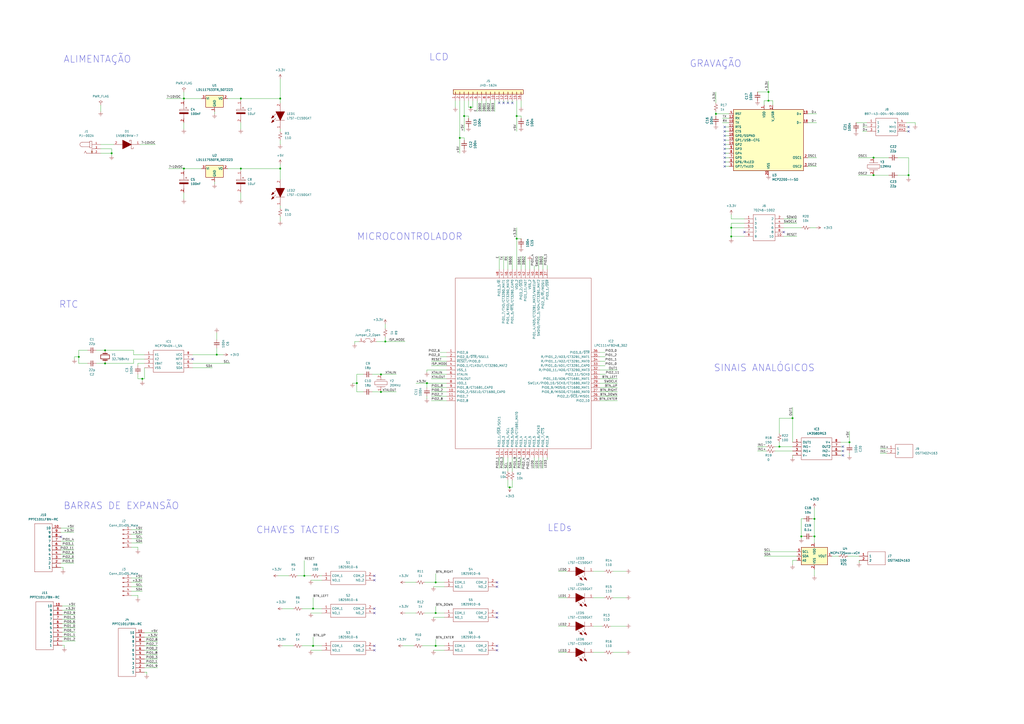
<source format=kicad_sch>
(kicad_sch (version 20211123) (generator eeschema)
  (paper "A2")
  (title_block (title "Projeto em grupo versão 1.0") (date "18/10/2022") (rev "1.0") (company "UNIFEI") (comment 1 "Afonso Ambrósio Beiral Satolo Monteiro - 2020025501") (comment 2 "Felipe dos Santos - 2019002970") (comment 3 "Wiliam Shoji Yokota - 2017018748"))
  (junction (at 176.53 334.01))
  (junction (at 472.44 300.99))
  (junction (at 60.96 203.2))
  (junction (at 506.73 91.44))
  (junction (at 492.76 256.54))
  (junction (at 60.96 210.82))
  (junction (at 125.73 205.74))
  (junction (at 506.73 101.6))
  (junction (at 45.72 207.01))
  (junction (at 459.74 242.57))
  (junction (at 252.73 355.6))
  (junction (at 424.18 132.08))
  (junction (at 452.12 259.08))
  (junction (at 445.77 53.34))
  (junction (at 295.656 282.702))
  (junction (at 207.01 222.25))
  (junction (at 181.61 374.65))
  (junction (at 139.7 97.79))
  (junction (at 415.29 66.04))
  (junction (at 181.61 353.06))
  (junction (at 106.68 97.79))
  (junction (at 445.77 58.42))
  (junction (at 252.73 374.65))
  (junction (at 162.56 97.79))
  (junction (at 299.72 138.43))
  (junction (at 82.55 219.71))
  (junction (at 139.7 57.15))
  (junction (at 220.98 227.33))
  (junction (at 64.77 88.9))
  (junction (at 527.05 101.6))
  (junction (at 266.7 80.01))
  (junction (at 223.52 198.12))
  (junction (at 247.65 222.25))
  (junction (at 269.24 67.31))
  (junction (at 472.44 311.15))
  (junction (at 424.18 137.16))
  (junction (at 220.98 217.17))
  (junction (at 464.82 311.15))
  (junction (at 299.72 67.31))
  (junction (at 162.56 57.15))
  (junction (at 273.05 62.23))
  (junction (at 252.73 337.82))
  (junction (at 106.68 57.15))
  (no_connect (at 217.17 374.65))
  (no_connect (at 111.76 208.28))
  (no_connect (at 288.29 358.14))
  (no_connect (at 420.37 96.52))
  (no_connect (at 420.37 91.44))
  (no_connect (at 420.37 93.98))
  (no_connect (at 420.37 78.74))
  (no_connect (at 420.37 81.28))
  (no_connect (at 420.37 76.2))
  (no_connect (at 420.37 73.66))
  (no_connect (at 420.37 88.9))
  (no_connect (at 420.37 86.36))
  (no_connect (at 420.37 83.82))
  (no_connect (at 288.29 355.6))
  (no_connect (at 217.17 334.01))
  (no_connect (at 289.56 59.69))
  (no_connect (at 292.1 59.69))
  (no_connect (at 294.64 59.69))
  (no_connect (at 297.18 59.69))
  (no_connect (at 454.66 134.62))
  (no_connect (at 35.306 311.404))
  (no_connect (at 288.29 337.82))
  (no_connect (at 488.95 259.08))
  (no_connect (at 488.95 261.62))
  (no_connect (at 488.95 264.16))
  (no_connect (at 431.8 134.62))
  (no_connect (at 217.17 353.06))
  (no_connect (at 288.29 374.65))
  (no_connect (at 288.29 377.19))
  (no_connect (at 527.05 73.66))
  (no_connect (at 527.05 76.2))
  (no_connect (at 217.17 355.6))
  (no_connect (at 288.29 340.36))
  (no_connect (at 217.17 377.19))
  (no_connect (at 217.17 336.55))
  (wire (pts (xy 181.61 374.65) (xy 175.26 374.65)))
  (wire (pts (xy 299.72 138.43) (xy 299.72 156.21)))
  (wire (pts (xy 299.72 138.43) (xy 302.26 138.43)))
  (wire (pts (xy 510.54 262.89) (xy 514.35 262.89)))
  (wire (pts (xy 472.44 294.64) (xy 472.44 300.99)))
  (wire (pts (xy 180.34 355.6) (xy 186.69 355.6)))
  (wire (pts (xy 500.38 73.66) (xy 502.92 73.66)))
  (wire (pts (xy 207.01 222.25) (xy 207.01 227.33)))
  (wire (pts (xy 439.42 53.34) (xy 445.77 53.34)))
  (wire (pts (xy 162.56 81.28) (xy 162.56 83.82)))
  (wire (pts (xy 469.9 132.08) (xy 473.456 132.08)))
  (wire (pts (xy 294.64 148.59) (xy 294.64 156.21)))
  (wire (pts (xy 289.56 148.59) (xy 289.56 156.21)))
  (wire (pts (xy 473.71 91.44) (xy 468.63 91.44)))
  (wire (pts (xy 431.8 129.54) (xy 424.18 129.54)))
  (wire (pts (xy 247.65 222.25) (xy 259.08 222.25)))
  (wire (pts (xy 252.73 337.82) (xy 246.38 337.82)))
  (wire (pts (xy 297.18 148.59) (xy 297.18 156.21)))
  (wire (pts (xy 43.688 354.076) (xy 36.068 354.076)))
  (wire (pts (xy 459.74 325.12) (xy 459.74 327.66)))
  (wire (pts (xy 58.42 88.9) (xy 64.77 88.9)))
  (wire (pts (xy 299.72 58.42) (xy 299.72 67.31)))
  (wire (pts (xy 269.24 58.42) (xy 269.24 67.31)))
  (wire (pts (xy 294.64 282.702) (xy 295.656 282.702)))
  (wire (pts (xy 91.44 369.57) (xy 83.82 369.57)))
  (wire (pts (xy 35.306 329.184) (xy 36.576 329.184)))
  (wire (pts (xy 443.23 58.42) (xy 445.77 58.42)))
  (wire (pts (xy 419.1 68.58) (xy 422.91 68.58)))
  (wire (pts (xy 515.62 101.6) (xy 506.73 101.6)))
  (wire (pts (xy 81.28 83.82) (xy 90.17 83.82)))
  (wire (pts (xy 424.18 137.16) (xy 431.8 137.16)))
  (wire (pts (xy 181.61 369.57) (xy 181.61 374.65)))
  (wire (pts (xy 247.65 214.63) (xy 247.65 215.9)))
  (wire (pts (xy 251.46 340.36) (xy 257.81 340.36)))
  (wire (pts (xy 459.74 242.57) (xy 459.74 256.54)))
  (wire (pts (xy 527.05 91.44) (xy 520.7 91.44)))
  (wire (pts (xy 355.6 378.46) (xy 363.22 378.46)))
  (wire (pts (xy 266.7 80.01) (xy 269.24 80.01)))
  (wire (pts (xy 77.47 210.82) (xy 77.47 208.28)))
  (wire (pts (xy 162.56 57.15) (xy 162.56 59.69)))
  (wire (pts (xy 454.66 132.08) (xy 464.82 132.08)))
  (wire (pts (xy 299.72 132.08) (xy 299.72 138.43)))
  (wire (pts (xy 527.05 101.6) (xy 520.7 101.6)))
  (wire (pts (xy 279.4 58.42) (xy 279.4 64.77)))
  (wire (pts (xy 287.02 58.42) (xy 287.02 64.77)))
  (wire (pts (xy 83.82 384.81) (xy 91.44 384.81)))
  (wire (pts (xy 257.81 337.82) (xy 252.73 337.82)))
  (wire (pts (xy 309.88 271.78) (xy 309.88 265.43)))
  (wire (pts (xy 487.68 256.54) (xy 492.76 256.54)))
  (wire (pts (xy 205.74 198.12) (xy 205.74 199.39)))
  (wire (pts (xy 64.77 88.9) (xy 64.77 90.17)))
  (wire (pts (xy 124.46 105.41) (xy 124.46 106.68)))
  (wire (pts (xy 250.19 209.55) (xy 259.08 209.55)))
  (wire (pts (xy 176.53 325.12) (xy 176.53 334.01)))
  (wire (pts (xy 488.95 261.62) (xy 487.68 261.62)))
  (wire (pts (xy 162.56 97.79) (xy 162.56 104.14)))
  (wire (pts (xy 289.56 59.69) (xy 289.56 58.42)))
  (wire (pts (xy 186.69 353.06) (xy 181.61 353.06)))
  (wire (pts (xy 454.66 127) (xy 462.28 127)))
  (wire (pts (xy 50.8 210.82) (xy 45.72 210.82)))
  (wire (pts (xy 506.73 101.6) (xy 497.84 101.6)))
  (wire (pts (xy 250.19 217.17) (xy 259.08 217.17)))
  (wire (pts (xy 50.8 203.2) (xy 45.72 203.2)))
  (wire (pts (xy 443.23 320.04) (xy 462.28 320.04)))
  (wire (pts (xy 37.338 374.396) (xy 37.338 375.666)))
  (wire (pts (xy 80.01 212.09) (xy 80.01 210.82)))
  (wire (pts (xy 125.73 201.93) (xy 125.73 205.74)))
  (wire (pts (xy 294.64 265.43) (xy 294.64 273.304)))
  (wire (pts (xy 312.42 271.78) (xy 312.42 265.43)))
  (wire (pts (xy 358.14 214.63) (xy 347.98 214.63)))
  (wire (pts (xy 180.34 336.55) (xy 186.69 336.55)))
  (wire (pts (xy 80.01 317.5) (xy 80.01 318.77)))
  (wire (pts (xy 43.18 208.28) (xy 43.18 207.01)))
  (wire (pts (xy 420.37 83.82) (xy 422.91 83.82)))
  (wire (pts (xy 36.576 329.184) (xy 36.576 330.454)))
  (wire (pts (xy 424.18 132.08) (xy 431.8 132.08)))
  (wire (pts (xy 77.47 205.74) (xy 77.47 203.2)))
  (wire (pts (xy 471.17 311.15) (xy 472.44 311.15)))
  (wire (pts (xy 91.44 377.19) (xy 83.82 377.19)))
  (wire (pts (xy 292.1 271.78) (xy 292.1 265.43)))
  (wire (pts (xy 415.29 53.34) (xy 415.29 59.69)))
  (wire (pts (xy 85.09 389.89) (xy 85.09 391.16)))
  (wire (pts (xy 106.68 111.76) (xy 106.68 115.57)))
  (wire (pts (xy 323.85 378.46) (xy 328.93 378.46)))
  (wire (pts (xy 64.77 86.36) (xy 64.77 88.9)))
  (wire (pts (xy 299.72 271.78) (xy 299.72 265.43)))
  (wire (pts (xy 271.78 62.23) (xy 273.05 62.23)))
  (wire (pts (xy 43.688 351.536) (xy 36.068 351.536)))
  (wire (pts (xy 91.44 374.65) (xy 83.82 374.65)))
  (wire (pts (xy 207.01 227.33) (xy 210.82 227.33)))
  (wire (pts (xy 344.17 331.47) (xy 350.52 331.47)))
  (wire (pts (xy 42.926 308.864) (xy 35.306 308.864)))
  (wire (pts (xy 257.81 355.6) (xy 252.73 355.6)))
  (wire (pts (xy 106.68 99.06) (xy 106.68 97.79)))
  (wire (pts (xy 472.44 330.2) (xy 472.44 334.01)))
  (wire (pts (xy 266.7 58.42) (xy 266.7 80.01)))
  (wire (pts (xy 292.1 148.59) (xy 292.1 156.21)))
  (wire (pts (xy 82.55 307.34) (xy 76.2 307.34)))
  (wire (pts (xy 420.37 76.2) (xy 422.91 76.2)))
  (wire (pts (xy 488.95 259.08) (xy 487.68 259.08)))
  (wire (pts (xy 223.52 198.12) (xy 234.95 198.12)))
  (wire (pts (xy 500.38 76.2) (xy 502.92 76.2)))
  (wire (pts (xy 247.65 224.79) (xy 247.65 222.25)))
  (wire (pts (xy 302.26 58.42) (xy 302.26 62.23)))
  (wire (pts (xy 424.18 129.54) (xy 424.18 132.08)))
  (wire (pts (xy 525.78 71.12) (xy 530.86 71.12)))
  (wire (pts (xy 492.76 257.81) (xy 492.76 256.54)))
  (wire (pts (xy 229.87 227.33) (xy 220.98 227.33)))
  (wire (pts (xy 96.52 57.15) (xy 106.68 57.15)))
  (wire (pts (xy 347.98 207.01) (xy 351.028 207.01)))
  (wire (pts (xy 266.7 80.01) (xy 266.7 88.9)))
  (wire (pts (xy 355.6 331.47) (xy 363.22 331.47)))
  (wire (pts (xy 234.95 355.6) (xy 241.3 355.6)))
  (wire (pts (xy 42.926 319.024) (xy 35.306 319.024)))
  (wire (pts (xy 139.7 57.15) (xy 139.7 58.42)))
  (wire (pts (xy 83.82 205.74) (xy 77.47 205.74)))
  (wire (pts (xy 344.17 363.22) (xy 349.25 363.22)))
  (wire (pts (xy 347.98 209.55) (xy 351.028 209.55)))
  (wire (pts (xy 83.82 387.35) (xy 91.44 387.35)))
  (wire (pts (xy 466.09 300.99) (xy 464.82 300.99)))
  (wire (pts (xy 163.83 353.06) (xy 170.18 353.06)))
  (wire (pts (xy 181.61 346.71) (xy 181.61 353.06)))
  (wire (pts (xy 162.56 97.79) (xy 162.56 95.25)))
  (wire (pts (xy 139.7 97.79) (xy 162.56 97.79)))
  (wire (pts (xy 255.27 204.47) (xy 259.08 204.47)))
  (wire (pts (xy 445.77 46.99) (xy 445.77 53.34)))
  (wire (pts (xy 269.24 81.28) (xy 269.24 80.01)))
  (wire (pts (xy 250.19 212.09) (xy 259.08 212.09)))
  (wire (pts (xy 215.9 227.33) (xy 220.98 227.33)))
  (wire (pts (xy 527.05 76.2) (xy 525.78 76.2)))
  (wire (pts (xy 358.14 222.25) (xy 347.98 222.25)))
  (wire (pts (xy 82.55 342.9) (xy 76.2 342.9)))
  (wire (pts (xy 445.77 53.34) (xy 445.77 58.42)))
  (wire (pts (xy 82.55 312.42) (xy 76.2 312.42)))
  (wire (pts (xy 91.44 379.73) (xy 83.82 379.73)))
  (wire (pts (xy 415.29 66.04) (xy 415.29 67.31)))
  (wire (pts (xy 125.73 193.04) (xy 125.73 196.85)))
  (wire (pts (xy 271.78 58.42) (xy 271.78 62.23)))
  (wire (pts (xy 452.12 242.57) (xy 459.74 242.57)))
  (wire (pts (xy 473.71 96.52) (xy 468.63 96.52)))
  (wire (pts (xy 497.84 91.44) (xy 506.73 91.44)))
  (wire (pts (xy 58.42 60.96) (xy 58.42 64.77)))
  (wire (pts (xy 82.55 335.28) (xy 76.2 335.28)))
  (wire (pts (xy 302.26 68.58) (xy 302.26 67.31)))
  (wire (pts (xy 415.29 64.77) (xy 415.29 66.04)))
  (wire (pts (xy 462.28 325.12) (xy 459.74 325.12)))
  (wire (pts (xy 36.068 369.316) (xy 43.688 369.316)))
  (wire (pts (xy 297.18 59.69) (xy 297.18 58.42)))
  (wire (pts (xy 452.12 259.08) (xy 459.74 259.08)))
  (wire (pts (xy 132.08 57.15) (xy 139.7 57.15)))
  (wire (pts (xy 294.64 278.384) (xy 294.64 282.702)))
  (wire (pts (xy 323.85 331.47) (xy 328.93 331.47)))
  (wire (pts (xy 172.72 334.01) (xy 176.53 334.01)))
  (wire (pts (xy 106.68 57.15) (xy 116.84 57.15)))
  (wire (pts (xy 139.7 71.12) (xy 139.7 74.93)))
  (wire (pts (xy 323.85 363.22) (xy 328.93 363.22)))
  (wire (pts (xy 43.688 364.236) (xy 36.068 364.236)))
  (wire (pts (xy 36.068 371.856) (xy 43.688 371.856)))
  (wire (pts (xy 454.66 137.16) (xy 462.28 137.16)))
  (wire (pts (xy 317.5 265.43) (xy 317.5 266.7)))
  (wire (pts (xy 420.37 91.44) (xy 422.91 91.44)))
  (wire (pts (xy 420.37 86.36) (xy 422.91 86.36)))
  (wire (pts (xy 420.37 78.74) (xy 422.91 78.74)))
  (wire (pts (xy 312.42 148.59) (xy 312.42 156.21)))
  (wire (pts (xy 299.72 67.31) (xy 299.72 76.2)))
  (wire (pts (xy 106.68 58.42) (xy 106.68 57.15)))
  (wire (pts (xy 344.17 346.71) (xy 350.52 346.71)))
  (wire (pts (xy 439.42 259.08) (xy 444.5 259.08)))
  (wire (pts (xy 454.66 129.54) (xy 462.28 129.54)))
  (wire (pts (xy 420.37 73.66) (xy 422.91 73.66)))
  (wire (pts (xy 281.94 58.42) (xy 281.94 64.77)))
  (wire (pts (xy 422.91 66.04) (xy 415.29 66.04)))
  (wire (pts (xy 274.32 58.42) (xy 274.32 62.23)))
  (wire (pts (xy 252.73 370.84) (xy 252.73 374.65)))
  (wire (pts (xy 83.82 213.36) (xy 83.82 219.71)))
  (wire (pts (xy 161.29 334.01) (xy 167.64 334.01)))
  (wire (pts (xy 35.306 326.644) (xy 42.926 326.644)))
  (wire (pts (xy 55.88 203.2) (xy 60.96 203.2)))
  (wire (pts (xy 223.52 187.96) (xy 223.52 190.5)))
  (wire (pts (xy 492.76 250.19) (xy 492.76 256.54)))
  (wire (pts (xy 515.62 91.44) (xy 506.73 91.44)))
  (wire (pts (xy 139.7 97.79) (xy 139.7 99.06)))
  (wire (pts (xy 420.37 93.98) (xy 422.91 93.98)))
  (wire (pts (xy 269.24 67.31) (xy 271.78 67.31)))
  (wire (pts (xy 527.05 73.66) (xy 525.78 73.66)))
  (wire (pts (xy 299.72 67.31) (xy 302.26 67.31)))
  (wire (pts (xy 132.08 97.79) (xy 139.7 97.79)))
  (wire (pts (xy 125.73 205.74) (xy 129.54 205.74)))
  (wire (pts (xy 498.348 325.12) (xy 498.348 326.39)))
  (wire (pts (xy 358.14 227.33) (xy 347.98 227.33)))
  (wire (pts (xy 250.19 224.79) (xy 259.08 224.79)))
  (wire (pts (xy 252.73 374.65) (xy 257.81 374.65)))
  (wire (pts (xy 76.2 317.5) (xy 80.01 317.5)))
  (wire (pts (xy 60.96 210.82) (xy 77.47 210.82)))
  (wire (pts (xy 420.37 96.52) (xy 422.91 96.52)))
  (wire (pts (xy 251.46 377.19) (xy 257.81 377.19)))
  (wire (pts (xy 307.34 151.13) (xy 307.34 156.21)))
  (wire (pts (xy 204.47 222.25) (xy 207.01 222.25)))
  (wire (pts (xy 181.61 353.06) (xy 175.26 353.06)))
  (wire (pts (xy 424.18 138.43) (xy 424.18 137.16)))
  (wire (pts (xy 472.44 311.15) (xy 472.44 314.96)))
  (wire (pts (xy 527.05 102.87) (xy 527.05 101.6)))
  (wire (pts (xy 162.56 119.38) (xy 162.56 120.65)))
  (wire (pts (xy 496.57 71.12) (xy 502.92 71.12)))
  (wire (pts (xy 424.18 132.08) (xy 424.18 137.16)))
  (wire (pts (xy 443.23 58.42) (xy 443.23 60.96)))
  (wire (pts (xy 317.5 153.924) (xy 317.5 156.21)))
  (wire (pts (xy 124.46 64.77) (xy 124.46 66.04)))
  (wire (pts (xy 106.68 53.34) (xy 106.68 57.15)))
  (wire (pts (xy 294.64 59.69) (xy 294.64 58.42)))
  (wire (pts (xy 424.18 127) (xy 424.18 124.46)))
  (wire (pts (xy 420.37 81.28) (xy 422.91 81.28)))
  (wire (pts (xy 43.688 356.616) (xy 36.068 356.616)))
  (wire (pts (xy 111.76 213.36) (xy 123.19 213.36)))
  (wire (pts (xy 347.98 217.17) (xy 351.282 217.17)))
  (wire (pts (xy 250.19 229.87) (xy 259.08 229.87)))
  (wire (pts (xy 314.96 271.78) (xy 314.96 265.43)))
  (wire (pts (xy 43.688 359.156) (xy 36.068 359.156)))
  (wire (pts (xy 97.79 97.79) (xy 106.68 97.79)))
  (wire (pts (xy 344.17 378.46) (xy 350.52 378.46)))
  (wire (pts (xy 449.58 259.08) (xy 452.12 259.08)))
  (wire (pts (xy 302.26 271.78) (xy 302.26 265.43)))
  (wire (pts (xy 492.76 264.16) (xy 492.76 262.89)))
  (wire (pts (xy 297.18 265.43) (xy 297.18 273.558)))
  (wire (pts (xy 83.82 389.89) (xy 85.09 389.89)))
  (wire (pts (xy 452.12 256.54) (xy 452.12 259.08)))
  (wire (pts (xy 250.19 232.41) (xy 259.08 232.41)))
  (wire (pts (xy 80.01 219.71) (xy 82.55 219.71)))
  (wire (pts (xy 111.76 210.82) (xy 133.35 210.82)))
  (wire (pts (xy 264.16 58.42) (xy 264.16 62.23)))
  (wire (pts (xy 471.17 300.99) (xy 472.44 300.99)))
  (wire (pts (xy 473.71 71.12) (xy 468.63 71.12)))
  (wire (pts (xy 354.33 363.22) (xy 363.22 363.22)))
  (wire (pts (xy 314.96 148.59) (xy 314.96 156.21)))
  (wire (pts (xy 358.14 219.71) (xy 347.98 219.71)))
  (wire (pts (xy 297.18 278.638) (xy 297.18 282.702)))
  (wire (pts (xy 82.55 219.71) (xy 82.55 220.98)))
  (wire (pts (xy 42.926 313.944) (xy 35.306 313.944)))
  (wire (pts (xy 91.44 367.03) (xy 83.82 367.03)))
  (wire (pts (xy 186.69 374.65) (xy 181.61 374.65)))
  (wire (pts (xy 106.68 71.12) (xy 106.68 74.93)))
  (wire (pts (xy 83.82 382.27) (xy 91.44 382.27)))
  (wire (pts (xy 36.068 366.776) (xy 43.688 366.776)))
  (wire (pts (xy 464.82 300.99) (xy 464.82 311.15)))
  (wire (pts (xy 252.73 351.79) (xy 252.73 355.6)))
  (wire (pts (xy 82.55 340.36) (xy 76.2 340.36)))
  (wire (pts (xy 42.926 306.324) (xy 35.306 306.324)))
  (wire (pts (xy 358.14 224.79) (xy 347.98 224.79)))
  (wire (pts (xy 91.44 372.11) (xy 83.82 372.11)))
  (wire (pts (xy 185.42 334.01) (xy 186.69 334.01)))
  (wire (pts (xy 252.73 332.74) (xy 252.73 337.82)))
  (wire (pts (xy 176.53 334.01) (xy 180.34 334.01)))
  (wire (pts (xy 58.42 83.82) (xy 66.04 83.82)))
  (wire (pts (xy 297.18 282.702) (xy 295.656 282.702)))
  (wire (pts (xy 43.18 207.01) (xy 45.72 207.01)))
  (wire (pts (xy 139.7 111.76) (xy 139.7 115.57)))
  (wire (pts (xy 77.47 208.28) (xy 83.82 208.28)))
  (wire (pts (xy 162.56 74.93) (xy 162.56 76.2)))
  (wire (pts (xy 289.56 271.78) (xy 289.56 265.43)))
  (wire (pts (xy 80.01 210.82) (xy 83.82 210.82)))
  (wire (pts (xy 491.744 322.58) (xy 498.348 322.58)))
  (wire (pts (xy 464.82 311.15) (xy 464.82 312.42)))
  (wire (pts (xy 43.688 361.696) (xy 36.068 361.696)))
  (wire (pts (xy 284.48 58.42) (xy 284.48 64.77)))
  (wire (pts (xy 215.9 217.17) (xy 220.98 217.17)))
  (wire (pts (xy 530.86 71.12) (xy 530.86 72.39)))
  (wire (pts (xy 36.068 374.396) (xy 37.338 374.396)))
  (wire (pts (xy 163.83 374.65) (xy 170.18 374.65)))
  (wire (pts (xy 527.05 91.44) (xy 527.05 101.6)))
  (wire (pts (xy 82.55 309.88) (xy 76.2 309.88)))
  (wire (pts (xy 247.65 231.14) (xy 247.65 229.87)))
  (wire (pts (xy 355.6 346.71) (xy 363.22 346.71)))
  (wire (pts (xy 35.306 321.564) (xy 42.926 321.564)))
  (wire (pts (xy 473.71 66.04) (xy 468.63 66.04)))
  (wire (pts (xy 488.95 264.16) (xy 487.68 264.16)))
  (wire (pts (xy 448.31 60.96) (xy 448.31 58.42)))
  (wire (pts (xy 250.19 227.33) (xy 259.08 227.33)))
  (wire (pts (xy 466.09 311.15) (xy 464.82 311.15)))
  (wire (pts (xy 347.98 212.09) (xy 351.028 212.09)))
  (wire (pts (xy 439.42 261.62) (xy 444.5 261.62)))
  (wire (pts (xy 271.78 68.58) (xy 271.78 67.31)))
  (wire (pts (xy 111.76 205.74) (xy 125.73 205.74)))
  (wire (pts (xy 220.98 217.17) (xy 229.87 217.17)))
  (wire (pts (xy 82.55 314.96) (xy 76.2 314.96)))
  (wire (pts (xy 208.28 198.12) (xy 205.74 198.12)))
  (wire (pts (xy 45.72 207.01) (xy 45.72 210.82)))
  (wire (pts (xy 42.926 316.484) (xy 35.306 316.484)))
  (wire (pts (xy 45.72 203.2) (xy 45.72 207.01)))
  (wire (pts (xy 139.7 57.15) (xy 162.56 57.15)))
  (wire (pts (xy 35.306 324.104) (xy 42.926 324.104)))
  (wire (pts (xy 241.3 222.25) (xy 247.65 222.25)))
  (wire (pts (xy 76.2 345.44) (xy 80.01 345.44)))
  (wire (pts (xy 234.95 337.82) (xy 241.3 337.82)))
  (wire (pts (xy 445.77 58.42) (xy 448.31 58.42)))
  (wire (pts (xy 452.12 242.57) (xy 452.12 251.46)))
  (wire (pts (xy 180.34 377.19) (xy 186.69 377.19)))
  (wire (pts (xy 255.27 207.01) (xy 259.08 207.01)))
  (wire (pts (xy 251.46 358.14) (xy 257.81 358.14)))
  (wire (pts (xy 162.56 125.73) (xy 162.56 128.27)))
  (wire (pts (xy 223.52 198.12) (xy 218.44 198.12)))
  (wire (pts (xy 207.01 217.17) (xy 210.82 217.17)))
  (wire (pts (xy 252.73 355.6) (xy 246.38 355.6)))
  (wire (pts (xy 472.44 300.99) (xy 472.44 311.15)))
  (wire (pts (xy 80.01 219.71) (xy 80.01 217.17)))
  (wire (pts (xy 207.01 217.17) (xy 207.01 222.25)))
  (wire (pts (xy 245.11 374.65) (xy 252.73 374.65)))
  (wire (pts (xy 304.8 148.59) (xy 304.8 156.21)))
  (wire (pts (xy 162.56 45.72) (xy 162.56 57.15)))
  (wire (pts (xy 250.19 219.71) (xy 259.08 219.71)))
  (wire (pts (xy 459.74 264.16) (xy 459.74 265.43)))
  (wire (pts (xy 358.14 229.87) (xy 347.98 229.87)))
  (wire (pts (xy 302.26 148.59) (xy 302.26 156.21)))
  (wire (pts (xy 482.6 322.58) (xy 486.664 322.58)))
  (wire (pts (xy 449.58 261.62) (xy 459.74 261.62)))
  (wire (pts (xy 358.14 232.41) (xy 347.98 232.41)))
  (wire (pts (xy 276.86 58.42) (xy 276.86 64.77)))
  (wire (pts (xy 55.88 210.82) (xy 60.96 210.82)))
  (wire (pts (xy 323.85 346.71) (xy 328.93 346.71)))
  (wire (pts (xy 443.23 322.58) (xy 462.28 322.58)))
  (wire (pts (xy 292.1 59.69) (xy 292.1 58.42)))
  (wire (pts (xy 347.98 204.47) (xy 351.028 204.47)))
  (wire (pts (xy 106.68 97.79) (xy 116.84 97.79)))
  (wire (pts (xy 259.08 214.63) (xy 247.65 214.63)))
  (wire (pts (xy 431.8 127) (xy 424.18 127)))
  (wire (pts (xy 233.68 374.65) (xy 240.03 374.65)))
  (wire (pts (xy 58.42 86.36) (xy 64.77 86.36)))
  (wire (pts (xy 274.32 62.23) (xy 273.05 62.23)))
  (wire (pts (xy 223.52 195.58) (xy 223.52 198.12)))
  (wire (pts (xy 60.96 203.2) (xy 77.47 203.2)))
  (wire (pts (xy 459.74 236.22) (xy 459.74 242.57)))
  (wire (pts (xy 420.37 88.9) (xy 422.91 88.9)))
  (wire (pts (xy 510.54 260.35) (xy 514.35 260.35)))
  (wire (pts (xy 80.01 345.44) (xy 80.01 346.71)))
  (wire (pts (xy 82.55 337.82) (xy 76.2 337.82)))
  (wire (pts (xy 419.1 71.12) (xy 422.91 71.12)))
  (wire (pts (xy 269.24 67.31) (xy 269.24 76.2)))
  (wire (pts (xy 82.55 219.71) (xy 83.82 219.71)))
  (wire (pts (xy 309.88 154.178) (xy 309.88 156.21)))
  (text "SINAIS ANALÓGICOS" (at 414.02 215.9 0) (effects (font (size 4 4)) (justify left bottom)))
  (text "LEDs" (at 317.5 308.61 0) (effects (font (size 4 4)) (justify left bottom)))
  (text "GRAVAÇÃO" (at 400.05 39.37 0) (effects (font (size 4 4)) (justify left bottom)))
  (text "CHAVES TACTEIS" (at 148.59 309.88 0) (effects (font (size 4 4)) (justify left bottom)))
  (text "MICROCONTROLADOR" (at 207.01 139.7 0) (effects (font (size 4 4)) (justify left bottom)))
  (text "RTC" (at 34.29 179.07 0) (effects (font (size 4 4)) (justify left bottom)))
  (text "ALIMENTAÇÃO" (at 36.83 36.83 0) (effects (font (size 4 4)) (justify left bottom)))
  (text "LCD" (at 248.92 35.56 0) (effects (font (size 4 4)) (justify left bottom)))
  (text "BARRAS DE EXPANSÃO" (at 36.83 295.91 0) (effects (font (size 4 4)) (justify left bottom)))
  (label "D-" (at 500.38 73.66 0))
  (label "7~10VDC" (at 97.79 97.79 0))
  (label "OUT1" (at 459.74 236.22 270))
  (label "PIO1_8" (at 250.19 224.79 0))
  (label "IN1+" (at 510.54 260.35 0))
  (label "RESET" (at 462.28 137.16 180))
  (label "PIO3_1" (at 42.926 316.484 180))
  (label "BTN_DOWN" (at 252.73 351.79 0))
  (label "OUT1" (at 358.14 214.63 180))
  (label "DB00" (at 279.4 64.77 90))
  (label "DB00" (at 297.18 148.59 270))
  (label "IN1+" (at 439.42 261.62 0))
  (label "+5V" (at 492.76 250.19 270))
  (label "SDA" (at 297.18 271.78 90))
  (label "+3.3V" (at 42.926 308.864 180))
  (label "IN1-" (at 439.42 259.08 0))
  (label "ISP_MODE" (at 250.19 212.09 0))
  (label "+3.3V" (at 241.3 222.25 0))
  (label "PIO1_0" (at 43.688 364.236 180))
  (label "RX" (at 294.64 148.59 270))
  (label "PIO2_1" (at 289.56 271.78 90))
  (label "PIO0_2" (at 250.19 227.33 0))
  (label "PIO0_7" (at 43.688 366.776 180))
  (label "PIO0_3" (at 91.44 382.27 180))
  (label "XTALOUT" (at 229.87 227.33 180))
  (label "PIO2_0" (at 42.926 324.104 180))
  (label "BTN_RIGHT" (at 252.73 332.74 0))
  (label "SWDCLK" (at 358.14 222.25 180))
  (label "OSC2" (at 497.84 101.6 0))
  (label "+3.3V" (at 299.72 132.08 270))
  (label "PIO1_1" (at 351.028 209.55 0))
  (label "SDA" (at 82.55 314.96 180))
  (label "PIO1_4" (at 309.88 154.178 90))
  (label "SDA" (at 123.19 213.36 180))
  (label "LED1" (at 323.85 346.71 0))
  (label "OSC1" (at 497.84 91.44 0))
  (label "XTALOUT" (at 250.19 219.71 0))
  (label "SCL" (at 82.55 312.42 180))
  (label "BTN_ENTER" (at 358.14 232.41 180))
  (label "PIO2_11" (at 351.282 217.17 0))
  (label "SDWIO" (at 462.28 127 180))
  (label "LED3" (at 323.85 378.46 0))
  (label "XTALIN" (at 250.19 217.17 0))
  (label "OSC1" (at 473.71 91.44 180))
  (label "LED2" (at 314.96 271.78 90))
  (label "TX" (at 292.1 148.59 270))
  (label "D+" (at 473.71 66.04 180))
  (label "SDA" (at 82.55 342.9 180))
  (label "LED3" (at 317.5 266.7 270))
  (label "PIO1_2" (at 43.688 371.856 180))
  (label "+3.3V" (at 445.77 46.99 270))
  (label "PIO3_0" (at 351.028 204.47 0))
  (label "+5V" (at 266.7 88.9 90))
  (label "PIO1_2" (at 351.028 207.01 0))
  (label "PIO2_0" (at 255.27 207.01 180))
  (label "+3.3V" (at 415.29 53.34 270))
  (label "PIO2_6" (at 42.926 321.564 180))
  (label "DB03" (at 314.96 148.59 270))
  (label "+5V" (at 82.55 335.28 180))
  (label "SWDCLK" (at 462.28 129.54 180))
  (label "+5V" (at 91.44 367.03 180))
  (label "PIO2_8" (at 91.44 372.11 180))
  (label "RESET" (at 176.53 325.12 0))
  (label "+3.3V" (at 43.688 354.076 180))
  (label "TX" (at 419.1 68.58 0))
  (label "7~10VDC" (at 96.52 57.15 0))
  (label "DB01" (at 281.94 64.77 90))
  (label "BTN_RIGHT" (at 358.14 227.33 180))
  (label "ISP_MODE" (at 234.95 198.12 180))
  (label "LED0" (at 309.88 271.78 90))
  (label "XTALIN" (at 229.87 217.17 180))
  (label "RX" (at 419.1 71.12 0))
  (label "BTN_ENTER" (at 252.73 370.84 0))
  (label "PIO1_4" (at 42.926 313.944 180))
  (label "PIO3_1" (at 317.5 153.924 90))
  (label "PIO2_7" (at 91.44 374.65 180))
  (label "D+" (at 500.38 76.2 0))
  (label "PIO2_7" (at 250.19 229.87 0))
  (label "PIO1_8" (at 91.44 379.73 180))
  (label "SCL" (at 133.35 210.82 180))
  (label "PIO1_0" (at 351.028 212.09 0))
  (label "PIO2_11" (at 42.926 319.024 180))
  (label "+5V" (at 299.72 76.2 90))
  (label "PIO2_9" (at 43.688 356.616 180))
  (label "DB03" (at 287.02 64.77 90))
  (label "PIO2_8" (at 250.19 232.41 0))
  (label "SDA" (at 443.23 322.58 0))
  (label "PIO1_9" (at 299.72 271.78 90))
  (label "RESET" (at 250.19 209.55 0))
  (label "PIO3_0" (at 42.926 326.644 180))
  (label "PIO1_3" (at 43.688 359.156 180))
  (label "D-" (at 473.71 71.12 180))
  (label "PIO0_6" (at 43.688 361.696 180))
  (label "BTN_UP" (at 181.61 369.57 0))
  (label "LED2" (at 323.85 363.22 0))
  (label "OSC2" (at 473.71 96.52 180))
  (label "BTN_DOWN" (at 358.14 229.87 180))
  (label "PIO0_3" (at 292.1 271.78 90))
  (label "BTN_UP" (at 358.14 224.79 180))
  (label "SCL" (at 294.64 271.78 90))
  (label "LED0" (at 323.85 331.47 0))
  (label "PIO2_6" (at 255.27 204.47 180))
  (label "+3.3V" (at 82.55 337.82 180))
  (label "IN1-" (at 510.54 262.89 0))
  (label "SWDIO" (at 312.42 148.59 270))
  (label "+5V" (at 82.55 307.34 180))
  (label "PIO3_4" (at 302.26 271.78 90))
  (label "PIO1_1" (at 43.688 369.316 180))
  (label "E" (at 276.86 64.77 90))
  (label "PIO0_2" (at 91.44 377.19 180))
  (label "DB02" (at 284.48 64.77 90))
  (label "E" (at 289.56 148.59 270))
  (label "PIO2_4" (at 304.8 265.43 270))
  (label "+5V" (at 42.926 306.324 180))
  (label "SCL" (at 82.55 340.36 180))
  (label "+3.3V" (at 82.55 309.88 180))
  (label "BTN_LEFT" (at 358.14 219.71 180))
  (label "7~10VDC" (at 90.17 83.82 180))
  (label "BTN_LEFT" (at 181.61 346.71 0))
  (label "PIO1_9" (at 91.44 387.35 180))
  (label "SCL" (at 443.23 320.04 0))
  (label "LED1" (at 312.42 271.78 90))
  (label "+5V" (at 43.688 351.536 180))
  (label "+3.3V" (at 91.44 369.57 180))
  (label "+5V" (at 269.24 76.2 90))
  (label "PIO2_5" (at 307.34 265.43 270))
  (label "PIO2_1" (at 91.44 384.81 180))
  (label "DB02" (at 304.8 148.59 270))
  (label "DB01" (at 302.26 148.59 270))
  (symbol (lib_name "+3.3V_2") (lib_id "power:+3.3V") (at 295.656 282.702 180) (unit 1)
    (property "Reference" "#PWR056" (effects hide))
    (property "Value" "+3.3V" (at 295.656 287.782 0))
  )
  (symbol (lib_id "Device:R_Small_US") (at 415.29 62.23 0) (unit 1)
    (property "Reference" "R17" (at 417.83 60.9599 0) (effects (justify left)))
    (property "Value" "1k" (at 417.83 63.4999 0) (effects (justify left)))
    (property "Footprint" "Resistor_SMD:R_0805_2012Metric" (effects hide))
  )
  (symbol (lib_id "power:+3.3V") (at 163.83 353.06 90) (unit 1)
    (property "Reference" "#PWR022" (effects hide))
    (property "Value" "+3.3V" (at 160.02 349.25 90) (effects (justify right)))
  )
  (symbol (lib_id "PPTC101LFBN-RC:PPTC101LFBN-RC") (at 35.306 329.184 180) (unit 1)
    (property "Reference" "J10" (at 25.146 298.704 0))
    (property "Value" "PPTC101LFBN-RC" (at 25.146 301.244 0))
    (property "Footprint" "PPTC:RHDR10W80P0X254_1X10_2590X254X850P" (effects hide))
    (property "Datasheet" "http://www.sullinscorp.com/drawings/78_P(N)PxCxxxLFBN-RC,_10492-H.pdf" (effects hide))
    (property "Description" "Header female, 2.54mm CC ST" (effects hide))
    (property "Height" "8.5" (effects hide))
    (property "Manufacturer_Name" "Sullins" (effects hide))
    (property "Manufacturer_Part_Number" "PPTC101LFBN-RC" (effects hide))
  )
  (symbol (lib_id "power:Earth") (at 496.57 76.2 0) (unit 1)
    (property "Reference" "#PWR063" (effects hide))
    (property "Value" "Earth" (effects hide))
  )
  (symbol (lib_id "power:Earth") (at 424.18 138.43 0) (unit 1)
    (property "Reference" "#PWR052" (effects hide))
    (property "Value" "Earth" (effects hide))
  )
  (symbol (lib_id "power:Earth") (at 85.09 391.16 0) (unit 1)
    (property "Reference" "#PWR07" (effects hide))
    (property "Value" "Earth" (effects hide))
  )
  (symbol (lib_id "LTST-C150GKT:LTST-C150GKT") (at 344.17 378.46 180) (unit 1)
    (property "Reference" "LED6" (at 336.55 370.84 0))
    (property "Value" "LTST-C150GKT" (at 336.55 373.38 0))
    (property "Footprint" "LTST:LEDC3216X120N" (effects hide))
    (property "Datasheet" "https://componentsearchengine.com/Datasheets/1/LTST-C150GKT.pdf" (effects hide))
    (property "Description" "LED,SMD,1206,Green,6mcd,130deg Lite-On LTST-C150GKT, CHIPLED 1206 Series Green LED, 569 nm 3216 (1206), Rectangle Lens SMD package" (effects hide))
    (property "Height" "1.2" (effects hide))
    (property "Manufacturer_Name" "Lite-On" (effects hide))
    (property "Manufacturer_Part_Number" "LTST-C150GKT" (effects hide))
    (property "Mouser Part Number" "859-LTST-C150GKT" (effects hide))
    (property "Mouser Price/Stock" "https://www.mouser.co.uk/ProductDetail/Lite-On/LTST-C150GKT?qs=kIhwFMorz7OTw%252BezAWlXhg%3D%3D" (effects hide))
    (property "Arrow Part Number" "LTST-C150GKT" (effects hide))
    (property "Arrow Price/Stock" "https://www.arrow.com/en/products/ltst-c150gkt/lite-on-technology?region=europe" (effects hide))
  )
  (symbol (lib_id "power:Earth") (at 269.24 86.36 0) (unit 1)
    (property "Reference" "#PWR039" (effects hide))
    (property "Value" "Earth" (effects hide))
  )
  (symbol (lib_id "Device:C_Small") (at 247.65 227.33 0) (unit 1)
    (property "Reference" "C11" (at 241.3 227.33 90))
    (property "Value" "100n" (at 243.84 227.33 90))
    (property "Footprint" "Capacitor_SMD:C_0805_2012Metric" (effects hide))
  )
  (symbol (lib_id "Device:R_Small_US") (at 353.06 378.46 270) (unit 1)
    (property "Reference" "R16" (at 353.06 372.11 90))
    (property "Value" "110" (at 353.06 374.65 90))
    (property "Footprint" "Resistor_SMD:R_0805_2012Metric" (effects hide))
  )
  (symbol (lib_id "Device:C_Small") (at 53.34 203.2 90) (unit 1)
    (property "Reference" "C1" (at 53.3463 196.85 90))
    (property "Value" "22p" (at 53.3463 199.39 90))
    (property "Footprint" "Capacitor_SMD:C_0805_2012Metric" (effects hide))
  )
  (symbol (lib_id "power:Earth") (at 302.26 62.23 0) (unit 1)
    (property "Reference" "#PWR042" (effects hide))
    (property "Value" "Earth" (effects hide))
  )
  (symbol (lib_id "1825910-6:1825910-6") (at 257.81 337.82 0) (unit 1)
    (property "Reference" "S4" (at 273.05 330.2 0))
    (property "Value" "1825910-6" (at 273.05 332.74 0))
    (property "Footprint" "Botão:18259106" (effects hide))
    (property "Datasheet" "https://www.te.com/commerce/DocumentDelivery/DDEController?Action=srchrtrv&DocNm=1825910&DocType=Customer+Drawing&DocLang=English&DocFormat=pdf&PartCntxt=1825910-6" (effects hide))
    (property "Description" "FSM4JH=6MM TACT SWITCH, HIGH TEMP" (effects hide))
    (property "Height" "5.3" (effects hide))
    (property "Manufacturer_Name" "TE Connectivity" (effects hide))
    (property "Manufacturer_Part_Number" "1825910-6" (effects hide))
    (property "Mouser Part Number" "N/A" (effects hide))
    (property "Mouser Price/Stock" "https://www.mouser.co.uk/ProductDetail/TE-Connectivity/1825910-6?qs=A6cQTCBcXncisYDS1KbpGA%3D%3D" (effects hide))
    (property "Arrow Part Number" "1825910-6" (effects hide))
    (property "Arrow Price/Stock" "https://www.arrow.com/en/products/1825910-6/te-connectivity?region=europe" (effects hide))
  )
  (symbol (lib_id "LTST-C150GKT:LTST-C150GKT") (at 344.17 346.71 180) (unit 1)
    (property "Reference" "LED4" (at 336.55 339.09 0))
    (property "Value" "LTST-C150GKT" (at 336.55 341.63 0))
    (property "Footprint" "LTST:LEDC3216X120N" (effects hide))
    (property "Datasheet" "https://componentsearchengine.com/Datasheets/1/LTST-C150GKT.pdf" (effects hide))
    (property "Description" "LED,SMD,1206,Green,6mcd,130deg Lite-On LTST-C150GKT, CHIPLED 1206 Series Green LED, 569 nm 3216 (1206), Rectangle Lens SMD package" (effects hide))
    (property "Height" "1.2" (effects hide))
    (property "Manufacturer_Name" "Lite-On" (effects hide))
    (property "Manufacturer_Part_Number" "LTST-C150GKT" (effects hide))
    (property "Mouser Part Number" "859-LTST-C150GKT" (effects hide))
    (property "Mouser Price/Stock" "https://www.mouser.co.uk/ProductDetail/Lite-On/LTST-C150GKT?qs=kIhwFMorz7OTw%252BezAWlXhg%3D%3D" (effects hide))
    (property "Arrow Part Number" "LTST-C150GKT" (effects hide))
    (property "Arrow Price/Stock" "https://www.arrow.com/en/products/ltst-c150gkt/lite-on-technology?region=europe" (effects hide))
  )
  (symbol (lib_id "power:Earth") (at 464.82 312.42 0) (mirror y) (unit 1)
    (property "Reference" "#PWR059" (effects hide))
    (property "Value" "Earth" (effects hide))
  )
  (symbol (lib_id "power:Earth") (at 162.56 128.27 0) (unit 1)
    (property "Reference" "#PWR021" (effects hide))
    (property "Value" "Earth" (effects hide))
  )
  (symbol (lib_id "897-43-004-90-000000:897-43-004-90-000000") (at 502.92 71.12 0) (unit 1)
    (property "Reference" "J8" (at 514.35 63.5 0))
    (property "Value" "897-43-004-90-000000" (at 514.35 66.04 0))
    (property "Footprint" "897:8974300490000000" (effects hide))
    (property "Datasheet" "https://datasheet.datasheetarchive.com/originals/distributors/Datasheets-DGA2/216141.pdf" (effects hide))
    (property "Description" "MILL MAX - 897-43-004-90-000000 - USB, 2.0 TYPE B, RECEPTACLE, SMT" (effects hide))
    (property "Height" "11" (effects hide))
    (property "Manufacturer_Name" "Mill-Max" (effects hide))
    (property "Manufacturer_Part_Number" "897-43-004-90-000000" (effects hide))
    (property "Mouser Part Number" "575-8974349" (effects hide))
    (property "Mouser Price/Stock" "https://www.mouser.co.uk/ProductDetail/Mill-Max/897-43-004-90-000000?qs=x6EjVpvqMVNM0AotjG3j0A%3D%3D" (effects hide))
    (property "Arrow Part Number" "897-43-004-90-000000" (effects hide))
    (property "Arrow Price/Stock" "https://www.arrow.com/en/products/897-43-004-90-000000/mill-max?region=nac" (effects hide))
  )
  (symbol (lib_id "865090368008:865090368008") (at 106.68 58.42 270) (unit 1)
    (property "Reference" "C4" (at 110.49 63.4999 90) (effects (justify left)))
    (property "Value" "100nF" (at 110.49 66.0399 90) (effects (justify left)))
    (property "Footprint" "Cap Eletro:CAPAE330X550N" (effects hide))
    (property "Datasheet" "https://katalog.we-online.de/pbs/datasheet/865090368008.pdf" (effects hide))
    (property "Description" "WURTH ELEKTRONIK - 865090368008 - CAP, 10UF, 16V, ALU ELEC, SMD" (effects hide))
    (property "Height" "5.5" (effects hide))
    (property "Mouser Part Number" "710-865090368008" (effects hide))
    (property "Mouser Price/Stock" "https://www.mouser.co.uk/ProductDetail/Wurth-Elektronik/865090368008?qs=l7cgNqFNU1hI2Lri8dDC9g%3D%3D" (effects hide))
    (property "Manufacturer_Name" "Wurth Elektronik" (effects hide))
    (property "Manufacturer_Part_Number" "865090368008" (effects hide))
  )
  (symbol (lib_name "+3.3V_4") (lib_id "power:+3.3V") (at 473.456 132.08 270) (unit 1)
    (property "Reference" "#PWR067" (effects hide))
    (property "Value" "+3.3V" (at 477.52 132.0799 90) (effects (justify left)))
  )
  (symbol (lib_id "Device:C_Small") (at 415.29 69.85 180) (unit 1)
    (property "Reference" "C16" (at 410.21 69.85 90))
    (property "Value" "100n" (at 412.75 69.85 90))
    (property "Footprint" "Capacitor_SMD:C_0805_2012Metric" (effects hide))
  )
  (symbol (lib_id "power:Earth") (at 139.7 115.57 0) (unit 1)
    (property "Reference" "#PWR016" (effects hide))
    (property "Value" "Earth" (effects hide))
  )
  (symbol (lib_id "power:Earth") (at 251.46 358.14 0) (unit 1)
    (property "Reference" "#PWR036" (effects hide))
    (property "Value" "Earth" (effects hide))
  )
  (symbol (lib_id "power:Earth") (at 180.34 355.6 0) (unit 1)
    (property "Reference" "#PWR025" (effects hide))
    (property "Value" "Earth" (effects hide))
  )
  (symbol (lib_id "Device:C_Small") (at 53.34 210.82 90) (unit 1)
    (property "Reference" "C2" (at 53.34 217.17 90))
    (property "Value" "22p" (at 53.34 214.63 90))
    (property "Footprint" "Capacitor_SMD:C_0805_2012Metric" (effects hide))
  )
  (symbol (lib_id "Device:R_Small_US") (at 353.06 331.47 270) (unit 1)
    (property "Reference" "R14" (at 353.06 325.12 90))
    (property "Value" "110" (at 353.06 327.66 90))
    (property "Footprint" "Resistor_SMD:R_0805_2012Metric" (effects hide))
  )
  (symbol (lib_id "power:PWR_FLAG") (at 106.68 53.34 0) (unit 1)
    (property "Reference" "#FLG02" (effects hide))
    (property "Value" "PWR_FLAG" (at 106.68 48.26 0))
  )
  (symbol (lib_id "Device:R_Small_US") (at 242.57 374.65 270) (unit 1)
    (property "Reference" "R10" (at 242.57 368.3 90))
    (property "Value" "1k" (at 242.57 370.84 90))
    (property "Footprint" "Resistor_SMD:R_0805_2012Metric" (effects hide))
  )
  (symbol (lib_id "power:Earth") (at 498.348 326.39 0) (unit 1)
    (property "Reference" "#PWR064" (effects hide))
    (property "Value" "Earth" (effects hide))
  )
  (symbol (lib_id "power:+3.3V") (at 161.29 334.01 90) (unit 1)
    (property "Reference" "#PWR017" (effects hide))
    (property "Value" "+3.3V" (at 157.48 330.2 90) (effects (justify right)))
  )
  (symbol (lib_id "1825910-6:1825910-6") (at 257.81 374.65 0) (unit 1)
    (property "Reference" "S6" (at 273.05 367.03 0))
    (property "Value" "1825910-6" (at 273.05 369.57 0))
    (property "Footprint" "Botão:18259106" (effects hide))
    (property "Datasheet" "https://www.te.com/commerce/DocumentDelivery/DDEController?Action=srchrtrv&DocNm=1825910&DocType=Customer+Drawing&DocLang=English&DocFormat=pdf&PartCntxt=1825910-6" (effects hide))
    (property "Description" "FSM4JH=6MM TACT SWITCH, HIGH TEMP" (effects hide))
    (property "Height" "5.3" (effects hide))
    (property "Manufacturer_Name" "TE Connectivity" (effects hide))
    (property "Manufacturer_Part_Number" "1825910-6" (effects hide))
    (property "Mouser Part Number" "N/A" (effects hide))
    (property "Mouser Price/Stock" "https://www.mouser.co.uk/ProductDetail/TE-Connectivity/1825910-6?qs=A6cQTCBcXncisYDS1KbpGA%3D%3D" (effects hide))
    (property "Arrow Part Number" "1825910-6" (effects hide))
    (property "Arrow Price/Stock" "https://www.arrow.com/en/products/1825910-6/te-connectivity?region=europe" (effects hide))
  )
  (symbol (lib_id "power:Earth") (at 302.26 73.66 0) (unit 1)
    (property "Reference" "#PWR043" (effects hide))
    (property "Value" "Earth" (effects hide))
  )
  (symbol (lib_id "Device:C_Small") (at 271.78 71.12 180) (unit 1)
    (property "Reference" "C13" (at 275.59 71.12 90))
    (property "Value" "100n" (at 278.13 71.12 90))
    (property "Footprint" "Capacitor_SMD:C_0805_2012Metric" (effects hide))
  )
  (symbol (lib_id "Device:R_Small_US") (at 452.12 254 0) (unit 1)
    (property "Reference" "R22" (at 453.39 252.73 0) (effects (justify left)))
    (property "Value" "100" (at 453.39 255.27 0) (effects (justify left)))
    (property "Footprint" "Resistor_SMD:R_0805_2012Metric" (effects hide))
  )
  (symbol (lib_id "power:Earth") (at 64.77 90.17 0) (unit 1)
    (property "Reference" "#PWR03" (effects hide))
    (property "Value" "Earth" (effects hide))
  )
  (symbol (lib_id "power:+3.3V") (at 162.56 45.72 0) (unit 1)
    (property "Reference" "#PWR018" (effects hide))
    (property "Value" "+3.3V" (at 162.56 40.64 0))
  )
  (symbol (lib_id "Device:C_Small") (at 269.24 83.82 180) (unit 1)
    (property "Reference" "C12" (at 273.05 83.82 90))
    (property "Value" "100n" (at 275.59 83.82 90))
    (property "Footprint" "Capacitor_SMD:C_0805_2012Metric" (effects hide))
  )
  (symbol (lib_id "1825910-6:1825910-6") (at 186.69 353.06 0) (unit 1)
    (property "Reference" "S2" (at 201.93 345.44 0))
    (property "Value" "1825910-6" (at 201.93 347.98 0))
    (property "Footprint" "Botão:18259106" (effects hide))
    (property "Datasheet" "https://www.te.com/commerce/DocumentDelivery/DDEController?Action=srchrtrv&DocNm=1825910&DocType=Customer+Drawing&DocLang=English&DocFormat=pdf&PartCntxt=1825910-6" (effects hide))
    (property "Description" "FSM4JH=6MM TACT SWITCH, HIGH TEMP" (effects hide))
    (property "Height" "5.3" (effects hide))
    (property "Manufacturer_Name" "TE Connectivity" (effects hide))
    (property "Manufacturer_Part_Number" "1825910-6" (effects hide))
    (property "Mouser Part Number" "N/A" (effects hide))
    (property "Mouser Price/Stock" "https://www.mouser.co.uk/ProductDetail/TE-Connectivity/1825910-6?qs=A6cQTCBcXncisYDS1KbpGA%3D%3D" (effects hide))
    (property "Arrow Part Number" "1825910-6" (effects hide))
    (property "Arrow Price/Stock" "https://www.arrow.com/en/products/1825910-6/te-connectivity?region=europe" (effects hide))
  )
  (symbol (lib_id "LTST-C150GKT:LTST-C150GKT") (at 344.17 331.47 180) (unit 1)
    (property "Reference" "LED3" (at 336.55 323.85 0))
    (property "Value" "LTST-C150GKT" (at 336.55 326.39 0))
    (property "Footprint" "LTST:LEDC3216X120N" (effects hide))
    (property "Datasheet" "https://componentsearchengine.com/Datasheets/1/LTST-C150GKT.pdf" (effects hide))
    (property "Description" "LED,SMD,1206,Green,6mcd,130deg Lite-On LTST-C150GKT, CHIPLED 1206 Series Green LED, 569 nm 3216 (1206), Rectangle Lens SMD package" (effects hide))
    (property "Height" "1.2" (effects hide))
    (property "Manufacturer_Name" "Lite-On" (effects hide))
    (property "Manufacturer_Part_Number" "LTST-C150GKT" (effects hide))
    (property "Mouser Part Number" "859-LTST-C150GKT" (effects hide))
    (property "Mouser Price/Stock" "https://www.mouser.co.uk/ProductDetail/Lite-On/LTST-C150GKT?qs=kIhwFMorz7OTw%252BezAWlXhg%3D%3D" (effects hide))
    (property "Arrow Part Number" "LTST-C150GKT" (effects hide))
    (property "Arrow Price/Stock" "https://www.arrow.com/en/products/ltst-c150gkt/lite-on-technology?region=europe" (effects hide))
  )
  (symbol (lib_id "Regulator_Linear:LD1117S33TR_SOT223") (at 124.46 57.15 0) (unit 1)
    (property "Reference" "U1" (at 124.46 49.53 0))
    (property "Value" "LD1117S33TR_SOT223" (at 124.46 52.07 0))
    (property "Footprint" "LD1117S33:SOT223" (effects hide))
    (property "Datasheet" "http://www.st.com/st-web-ui/static/active/en/resource/technical/document/datasheet/CD00000544.pdf" (effects hide))
  )
  (symbol (lib_id "power:Earth") (at 302.26 143.51 0) (unit 1)
    (property "Reference" "#PWR044" (effects hide))
    (property "Value" "Earth" (effects hide))
  )
  (symbol (lib_id "Connector:Conn_01x05_Male") (at 71.12 340.36 0) (unit 1)
    (property "Reference" "J3" (at 71.755 330.2 0))
    (property "Value" "Conn_01x05_Male" (at 71.755 332.74 0))
    (property "Footprint" "Connector_PinHeader_2.54mm:PinHeader_1x05_P2.54mm_Horizontal" (effects hide))
  )
  (symbol (lib_id "Device:R_Small_US") (at 447.04 259.08 90) (unit 1)
    (property "Reference" "R18" (at 445.77 254 90))
    (property "Value" "150" (at 445.77 256.54 90))
    (property "Footprint" "Resistor_SMD:R_0805_2012Metric" (effects hide))
  )
  (symbol (lib_id "power:+3.3V") (at 223.52 187.96 0) (unit 1)
    (property "Reference" "#PWR029" (effects hide))
    (property "Value" "+3.3V" (at 222.25 185.42 0) (effects (justify right)))
  )
  (symbol (lib_id "LTST-C150GKT:LTST-C150GKT") (at 344.17 363.22 180) (unit 1)
    (property "Reference" "LED5" (at 336.55 355.6 0))
    (property "Value" "LTST-C150GKT" (at 336.55 358.14 0))
    (property "Footprint" "LTST:LEDC3216X120N" (effects hide))
    (property "Datasheet" "https://componentsearchengine.com/Datasheets/1/LTST-C150GKT.pdf" (effects hide))
    (property "Description" "LED,SMD,1206,Green,6mcd,130deg Lite-On LTST-C150GKT, CHIPLED 1206 Series Green LED, 569 nm 3216 (1206), Rectangle Lens SMD package" (effects hide))
    (property "Height" "1.2" (effects hide))
    (property "Manufacturer_Name" "Lite-On" (effects hide))
    (property "Manufacturer_Part_Number" "LTST-C150GKT" (effects hide))
    (property "Mouser Part Number" "859-LTST-C150GKT" (effects hide))
    (property "Mouser Price/Stock" "https://www.mouser.co.uk/ProductDetail/Lite-On/LTST-C150GKT?qs=kIhwFMorz7OTw%252BezAWlXhg%3D%3D" (effects hide))
    (property "Arrow Part Number" "LTST-C150GKT" (effects hide))
    (property "Arrow Price/Stock" "https://www.arrow.com/en/products/ltst-c150gkt/lite-on-technology?region=europe" (effects hide))
  )
  (symbol (lib_id "865090368008:865090368008") (at 106.68 99.06 270) (unit 1)
    (property "Reference" "C5" (at 110.49 104.1399 90) (effects (justify left)))
    (property "Value" "100nF" (at 110.49 106.6799 90) (effects (justify left)))
    (property "Footprint" "Cap Eletro:CAPAE330X550N" (effects hide))
    (property "Datasheet" "https://katalog.we-online.de/pbs/datasheet/865090368008.pdf" (effects hide))
    (property "Description" "WURTH ELEKTRONIK - 865090368008 - CAP, 10UF, 16V, ALU ELEC, SMD" (effects hide))
    (property "Height" "5.5" (effects hide))
    (property "Mouser Part Number" "710-865090368008" (effects hide))
    (property "Mouser Price/Stock" "https://www.mouser.co.uk/ProductDetail/Wurth-Elektronik/865090368008?qs=l7cgNqFNU1hI2Lri8dDC9g%3D%3D" (effects hide))
    (property "Manufacturer_Name" "Wurth Elektronik" (effects hide))
    (property "Manufacturer_Part_Number" "865090368008" (effects hide))
  )
  (symbol (lib_id "power:Earth") (at 251.46 340.36 0) (unit 1)
    (property "Reference" "#PWR035" (effects hide))
    (property "Value" "Earth" (effects hide))
  )
  (symbol (lib_id "power:Earth") (at 124.46 66.04 0) (unit 1)
    (property "Reference" "#PWR011" (effects hide))
    (property "Value" "Earth" (effects hide))
  )
  (symbol (lib_name "+3.3V_1") (lib_id "power:+3.3V") (at 129.54 205.74 270) (unit 1)
    (property "Reference" "#PWR055" (effects hide))
    (property "Value" "+3.3V" (at 133.35 205.7399 90) (effects (justify left)))
  )
  (symbol (lib_id "power:Earth") (at 307.34 151.13 180) (unit 1)
    (property "Reference" "#PWR045" (effects hide))
    (property "Value" "Earth" (effects hide))
  )
  (symbol (lib_id "Device:R_Small_US") (at 467.36 132.08 270) (unit 1)
    (property "Reference" "R20" (at 467.36 125.476 90))
    (property "Value" "10k" (at 467.36 128.016 90))
    (property "Footprint" "Resistor_SMD:R_0805_2012Metric" (effects hide))
  )
  (symbol (lib_id "power:Earth") (at 43.18 208.28 0) (unit 1)
    (property "Reference" "#PWR01" (effects hide))
    (property "Value" "Earth" (effects hide))
  )
  (symbol (lib_id "power:Earth") (at 459.74 327.66 0) (unit 1)
    (property "Reference" "#PWR058" (effects hide))
    (property "Value" "Earth" (effects hide))
  )
  (symbol (lib_id "power:Earth") (at 264.16 62.23 0) (unit 1)
    (property "Reference" "#PWR038" (effects hide))
    (property "Value" "Earth" (effects hide))
  )
  (symbol (lib_id "power:Earth") (at 204.47 222.25 0) (unit 1)
    (property "Reference" "#PWR027" (effects hide))
    (property "Value" "Earth" (effects hide))
  )
  (symbol (lib_id "power:Earth") (at 37.338 375.666 0) (unit 1)
    (property "Reference" "#PWR014" (effects hide))
    (property "Value" "Earth" (effects hide))
  )
  (symbol (lib_id "power:Earth") (at 273.05 62.23 0) (unit 1)
    (property "Reference" "#PWR041" (effects hide))
    (property "Value" "Earth" (effects hide))
  )
  (symbol (lib_id "power:Earth") (at 139.7 74.93 0) (unit 1)
    (property "Reference" "#PWR015" (effects hide))
    (property "Value" "Earth" (effects hide))
  )
  (symbol (lib_id "Device:C_Small") (at 496.57 73.66 180) (unit 1)
    (property "Reference" "C21" (at 490.22 73.66 90))
    (property "Value" "100n" (at 492.76 73.66 90))
    (property "Footprint" "Capacitor_SMD:C_0805_2012Metric" (effects hide))
  )
  (symbol (lib_id "Device:C_Small") (at 80.01 214.63 0) (unit 1)
    (property "Reference" "C3" (at 73.66 214.63 90))
    (property "Value" "100n" (at 76.2 214.63 90))
    (property "Footprint" "Capacitor_SMD:C_0805_2012Metric" (effects hide))
  )
  (symbol (lib_id "1825910-6:1825910-6") (at 257.81 355.6 0) (unit 1)
    (property "Reference" "S5" (at 273.05 347.98 0))
    (property "Value" "1825910-6" (at 273.05 350.52 0))
    (property "Footprint" "Botão:18259106" (effects hide))
    (property "Datasheet" "https://www.te.com/commerce/DocumentDelivery/DDEController?Action=srchrtrv&DocNm=1825910&DocType=Customer+Drawing&DocLang=English&DocFormat=pdf&PartCntxt=1825910-6" (effects hide))
    (property "Description" "FSM4JH=6MM TACT SWITCH, HIGH TEMP" (effects hide))
    (property "Height" "5.3" (effects hide))
    (property "Manufacturer_Name" "TE Connectivity" (effects hide))
    (property "Manufacturer_Part_Number" "1825910-6" (effects hide))
    (property "Mouser Part Number" "N/A" (effects hide))
    (property "Mouser Price/Stock" "https://www.mouser.co.uk/ProductDetail/TE-Connectivity/1825910-6?qs=A6cQTCBcXncisYDS1KbpGA%3D%3D" (effects hide))
    (property "Arrow Part Number" "1825910-6" (effects hide))
    (property "Arrow Price/Stock" "https://www.arrow.com/en/products/1825910-6/te-connectivity?region=europe" (effects hide))
  )
  (symbol (lib_id "Device:C_Small") (at 468.63 300.99 270) (unit 1)
    (property "Reference" "C18" (at 468.63 294.64 90))
    (property "Value" "10u" (at 468.63 297.18 90))
    (property "Footprint" "Capacitor_SMD:C_0805_2012Metric" (effects hide))
  )
  (symbol (lib_id "1N5819HW-7:1N5819HW-7") (at 83.82 83.82 0) (mirror y) (unit 1)
    (property "Reference" "D1" (at 73.66 76.2 0))
    (property "Value" "1N5819HW-7" (at 73.66 78.74 0))
    (property "Footprint" "Diodo Ret:SOD3716X135N" (effects hide))
    (property "Datasheet" "https://www.diodes.com/assets/Datasheets/ds30217.pdf" (effects hide))
    (property "Description" "Schottky Diodes & Rectifiers Vr/40V Io/1A T/R" (effects hide))
    (property "Height" "1.35" (effects hide))
    (property "Manufacturer_Name" "Diodes Inc." (effects hide))
    (property "Manufacturer_Part_Number" "1N5819HW-7" (effects hide))
    (property "Mouser Part Number" "621-1N5819HW" (effects hide))
    (property "Mouser Price/Stock" "https://www.mouser.co.uk/ProductDetail/Diodes-Incorporated/1N5819HW-7?qs=JV7lzlMm3yIqMakd3pz%2F4g%3D%3D" (effects hide))
    (property "Arrow Part Number" "1N5819HW-7" (effects hide))
    (property "Arrow Price/Stock" "https://www.arrow.com/en/products/1n5819hw-7/diodes-incorporated" (effects hide))
  )
  (symbol (lib_id "power:Earth") (at 415.29 72.39 0) (unit 1)
    (property "Reference" "#PWR050" (effects hide))
    (property "Value" "Earth" (effects hide))
  )
  (symbol (lib_id "Analog_DAC:MCP4725xxx-xCH") (at 472.44 322.58 0) (unit 1)
    (property "Reference" "U4" (at 490.22 318.2493 0))
    (property "Value" "MCP4725xxx-xCH" (at 490.22 320.7893 0))
    (property "Footprint" "DAC:SOT95P270X145-6N" (effects hide))
    (property "Datasheet" "http://ww1.microchip.com/downloads/en/DeviceDoc/22039d.pdf" (effects hide))
  )
  (symbol (lib_id "power:+3.3V") (at 233.68 374.65 90) (unit 1)
    (property "Reference" "#PWR030" (effects hide))
    (property "Value" "+3.3V" (at 229.87 370.84 90) (effects (justify right)))
  )
  (symbol (lib_id "power:+3.3V") (at 234.95 337.82 90) (unit 1)
    (property "Reference" "#PWR031" (effects hide))
    (property "Value" "+3.3V" (at 231.14 334.01 90) (effects (justify right)))
  )
  (symbol (lib_id "power:Earth") (at 527.05 102.87 0) (unit 1)
    (property "Reference" "#PWR065" (effects hide))
    (property "Value" "Earth" (effects hide))
  )
  (symbol (lib_id "Device:C_Small") (at 213.36 227.33 270) (unit 1)
    (property "Reference" "C10" (at 213.36 220.98 90))
    (property "Value" "18p" (at 213.36 223.52 90))
    (property "Footprint" "Capacitor_SMD:C_0805_2012Metric" (effects hide))
  )
  (symbol (lib_id "Jumper:Jumper_2_Open") (at 213.36 198.12 0) (unit 1)
    (property "Reference" "JP1" (at 213.36 191.77 0))
    (property "Value" "Jumper_2_Open" (at 213.36 194.31 0))
    (property "Footprint" "Connector_PinHeader_2.54mm:PinHeader_1x02_P2.54mm_Vertical" (effects hide))
  )
  (symbol (lib_id "1825910-6:1825910-6") (at 186.69 374.65 0) (unit 1)
    (property "Reference" "S3" (at 201.93 367.03 0))
    (property "Value" "1825910-6" (at 201.93 369.57 0))
    (property "Footprint" "Botão:18259106" (effects hide))
    (property "Datasheet" "https://www.te.com/commerce/DocumentDelivery/DDEController?Action=srchrtrv&DocNm=1825910&DocType=Customer+Drawing&DocLang=English&DocFormat=pdf&PartCntxt=1825910-6" (effects hide))
    (property "Description" "FSM4JH=6MM TACT SWITCH, HIGH TEMP" (effects hide))
    (property "Height" "5.3" (effects hide))
    (property "Manufacturer_Name" "TE Connectivity" (effects hide))
    (property "Manufacturer_Part_Number" "1825910-6" (effects hide))
    (property "Mouser Part Number" "N/A" (effects hide))
    (property "Mouser Price/Stock" "https://www.mouser.co.uk/ProductDetail/TE-Connectivity/1825910-6?qs=A6cQTCBcXncisYDS1KbpGA%3D%3D" (effects hide))
    (property "Arrow Part Number" "1825910-6" (effects hide))
    (property "Arrow Price/Stock" "https://www.arrow.com/en/products/1825910-6/te-connectivity?region=europe" (effects hide))
  )
  (symbol (lib_id "power:Earth") (at 180.34 336.55 0) (unit 1)
    (property "Reference" "#PWR024" (effects hide))
    (property "Value" "Earth" (effects hide))
  )
  (symbol (lib_id "power:Earth") (at 530.86 72.39 0) (unit 1)
    (property "Reference" "#PWR066" (effects hide))
    (property "Value" "Earth" (effects hide))
  )
  (symbol (lib_id "power:PWR_FLAG") (at 58.42 60.96 0) (unit 1)
    (property "Reference" "#FLG01" (effects hide))
    (property "Value" "PWR_FLAG" (at 58.42 55.88 0))
  )
  (symbol (lib_id "Device:R_Small_US") (at 182.88 334.01 270) (unit 1)
    (property "Reference" "R8" (at 182.88 327.66 90))
    (property "Value" "100" (at 182.88 330.2 90))
    (property "Footprint" "Resistor_SMD:R_0805_2012Metric" (effects hide))
  )
  (symbol (lib_id "ATS12A:ATS12A") (at 506.73 91.44 270) (unit 1)
    (property "Reference" "Y3" (at 510.54 93.98 90) (effects (justify left)))
    (property "Value" "12MHz" (at 510.54 96.52 90) (effects (justify left)))
    (property "Footprint" "12 Clk:ATS12A" (effects hide))
    (property "Datasheet" "https://www.arrow.com/en/products/ats12a/cts" (effects hide))
    (property "Description" "Crystals 12MHz 20pF 30ppm -20C 70C" (effects hide))
    (property "Height" "3.68" (effects hide))
    (property "Manufacturer_Name" "CTS" (effects hide))
    (property "Manufacturer_Part_Number" "ATS12A" (effects hide))
    (property "Mouser Part Number" "774-ATS12A" (effects hide))
    (property "Mouser Price/Stock" "https://www.mouser.co.uk/ProductDetail/CTS-Electronic-Components/ATS12A?qs=tjlMjqRIEYSiVgznX15DJQ%3D%3D" (effects hide))
    (property "Arrow Part Number" "ATS12A" (effects hide))
    (property "Arrow Price/Stock" "https://www.arrow.com/en/products/ats12a/cts" (effects hide))
  )
  (symbol (lib_id "power:Earth") (at 106.68 115.57 0) (unit 1)
    (property "Reference" "#PWR09" (effects hide))
    (property "Value" "Earth" (effects hide))
  )
  (symbol (lib_id "power:Earth") (at 80.01 346.71 0) (unit 1)
    (property "Reference" "#PWR05" (effects hide))
    (property "Value" "Earth" (effects hide))
  )
  (symbol (lib_id "Device:R_Small_US") (at 294.64 275.844 0) (unit 1)
    (property "Reference" "R1" (at 291.084 274.32 0) (effects (justify left)))
    (property "Value" "10k" (at 290.068 276.606 0) (effects (justify left)))
    (property "Footprint" "Resistor_SMD:R_0805_2012Metric" (effects hide))
  )
  (symbol (lib_id "LTST-C150GKT:LTST-C150GKT") (at 162.56 74.93 90) (unit 1)
    (property "Reference" "LED1" (at 166.37 66.0399 90) (effects (justify right)))
    (property "Value" "LTST-C150GKT" (at 166.37 68.5799 90) (effects (justify right)))
    (property "Footprint" "LTST:LEDC3216X120N" (effects hide))
    (property "Datasheet" "https://componentsearchengine.com/Datasheets/1/LTST-C150GKT.pdf" (effects hide))
    (property "Description" "LED,SMD,1206,Green,6mcd,130deg Lite-On LTST-C150GKT, CHIPLED 1206 Series Green LED, 569 nm 3216 (1206), Rectangle Lens SMD package" (effects hide))
    (property "Height" "1.2" (effects hide))
    (property "Manufacturer_Name" "Lite-On" (effects hide))
    (property "Manufacturer_Part_Number" "LTST-C150GKT" (effects hide))
    (property "Mouser Part Number" "859-LTST-C150GKT" (effects hide))
    (property "Mouser Price/Stock" "https://www.mouser.co.uk/ProductDetail/Lite-On/LTST-C150GKT?qs=kIhwFMorz7OTw%252BezAWlXhg%3D%3D" (effects hide))
    (property "Arrow Part Number" "LTST-C150GKT" (effects hide))
    (property "Arrow Price/Stock" "https://www.arrow.com/en/products/ltst-c150gkt/lite-on-technology?region=europe" (effects hide))
  )
  (symbol (lib_id "Device:C_Small") (at 302.26 140.97 180) (unit 1)
    (property "Reference" "C15" (at 308.61 140.97 90))
    (property "Value" "100n" (at 306.07 140.97 90))
    (property "Footprint" "Capacitor_SMD:C_0805_2012Metric" (effects hide))
  )
  (symbol (lib_id "power:Earth") (at 439.42 58.42 0) (unit 1)
    (property "Reference" "#PWR053" (effects hide))
    (property "Value" "Earth" (effects hide))
  )
  (symbol (lib_id "Device:C_Small") (at 213.36 217.17 270) (unit 1)
    (property "Reference" "C9" (at 213.36 210.82 90))
    (property "Value" "18p" (at 213.36 213.36 90))
    (property "Footprint" "Capacitor_SMD:C_0805_2012Metric" (effects hide))
  )
  (symbol (lib_id "Regulator_Linear:LD1117S50TR_SOT223") (at 124.46 97.79 0) (unit 1)
    (property "Reference" "U2" (at 124.46 90.17 0))
    (property "Value" "LD1117S50TR_SOT223" (at 124.46 92.71 0))
    (property "Footprint" "LD1117S50:SOT230P700X180-4N" (effects hide))
    (property "Datasheet" "http://www.st.com/st-web-ui/static/active/en/resource/technical/document/datasheet/CD00000544.pdf" (effects hide))
  )
  (symbol (lib_id "PPTC101LFBN-RC:PPTC101LFBN-RC") (at 36.068 374.396 180) (unit 1)
    (property "Reference" "J11" (at 25.908 343.916 0))
    (property "Value" "PPTC101LFBN-RC" (at 25.908 346.456 0))
    (property "Footprint" "PPTC:RHDR10W80P0X254_1X10_2590X254X850P" (effects hide))
    (property "Datasheet" "http://www.sullinscorp.com/drawings/78_P(N)PxCxxxLFBN-RC,_10492-H.pdf" (effects hide))
    (property "Description" "Header female, 2.54mm CC ST" (effects hide))
    (property "Height" "8.5" (effects hide))
    (property "Manufacturer_Name" "Sullins" (effects hide))
    (property "Manufacturer_Part_Number" "PPTC101LFBN-RC" (effects hide))
  )
  (symbol (lib_id "power:Earth") (at 82.55 220.98 0) (unit 1)
    (property "Reference" "#PWR06" (effects hide))
    (property "Value" "Earth" (effects hide))
  )
  (symbol (lib_id "power:Earth") (at 247.65 231.14 0) (unit 1)
    (property "Reference" "#PWR034" (effects hide))
    (property "Value" "Earth" (effects hide))
  )
  (symbol (lib_id "power:Earth") (at 445.77 101.6 0) (unit 1)
    (property "Reference" "#PWR054" (effects hide))
    (property "Value" "Earth" (effects hide))
  )
  (symbol (lib_id "865090368008:865090368008") (at 139.7 99.06 270) (unit 1)
    (property "Reference" "C8" (at 143.51 104.1399 90) (effects (justify left)))
    (property "Value" "10uF" (at 143.51 106.6799 90) (effects (justify left)))
    (property "Footprint" "Cap Eletro:CAPAE330X550N" (effects hide))
    (property "Datasheet" "https://katalog.we-online.de/pbs/datasheet/865090368008.pdf" (effects hide))
    (property "Description" "WURTH ELEKTRONIK - 865090368008 - CAP, 10UF, 16V, ALU ELEC, SMD" (effects hide))
    (property "Height" "5.5" (effects hide))
    (property "Mouser Part Number" "710-865090368008" (effects hide))
    (property "Mouser Price/Stock" "https://www.mouser.co.uk/ProductDetail/Wurth-Elektronik/865090368008?qs=l7cgNqFNU1hI2Lri8dDC9g%3D%3D" (effects hide))
    (property "Manufacturer_Name" "Wurth Elektronik" (effects hide))
    (property "Manufacturer_Part_Number" "865090368008" (effects hide))
  )
  (symbol (lib_id "Device:R_Small_US") (at 243.84 337.82 270) (unit 1)
    (property "Reference" "R11" (at 243.84 331.47 90))
    (property "Value" "1k" (at 243.84 334.01 90))
    (property "Footprint" "Resistor_SMD:R_0805_2012Metric" (effects hide))
  )
  (symbol (lib_id "power:Earth") (at 124.46 106.68 0) (unit 1)
    (property "Reference" "#PWR012" (effects hide))
    (property "Value" "Earth" (effects hide))
  )
  (symbol (lib_id "Interface_USB:MCP2200-I-SO") (at 445.77 81.28 0) (unit 1)
    (property "Reference" "U3" (at 447.7894 101.6 0) (effects (justify left)))
    (property "Value" "MCP2200-I-SO" (at 447.7894 104.14 0) (effects (justify left)))
    (property "Footprint" "MCP2200:SOIC127P1030X265-20N" (effects hide))
    (property "Datasheet" "http://ww1.microchip.com/downloads/en/DeviceDoc/200022228D.pdf" (effects hide))
  )
  (symbol (lib_id "1825910-6:1825910-6") (at 186.69 334.01 0) (unit 1)
    (property "Reference" "S1" (at 201.93 326.39 0))
    (property "Value" "1825910-6" (at 201.93 328.93 0))
    (property "Footprint" "Botão:18259106" (effects hide))
    (property "Datasheet" "https://www.te.com/commerce/DocumentDelivery/DDEController?Action=srchrtrv&DocNm=1825910&DocType=Customer+Drawing&DocLang=English&DocFormat=pdf&PartCntxt=1825910-6" (effects hide))
    (property "Description" "FSM4JH=6MM TACT SWITCH, HIGH TEMP" (effects hide))
    (property "Height" "5.3" (effects hide))
    (property "Manufacturer_Name" "TE Connectivity" (effects hide))
    (property "Manufacturer_Part_Number" "1825910-6" (effects hide))
    (property "Mouser Part Number" "N/A" (effects hide))
    (property "Mouser Price/Stock" "https://www.mouser.co.uk/ProductDetail/TE-Connectivity/1825910-6?qs=A6cQTCBcXncisYDS1KbpGA%3D%3D" (effects hide))
    (property "Arrow Part Number" "1825910-6" (effects hide))
    (property "Arrow Price/Stock" "https://www.arrow.com/en/products/1825910-6/te-connectivity?region=europe" (effects hide))
  )
  (symbol (lib_id "Device:C_Small") (at 492.76 260.35 180) (unit 1)
    (property "Reference" "C20" (at 499.11 260.35 90))
    (property "Value" "100n" (at 496.57 260.35 90))
    (property "Footprint" "Capacitor_SMD:C_0805_2012Metric" (effects hide))
  )
  (symbol (lib_id "power:Earth") (at 205.74 199.39 0) (unit 1)
    (property "Reference" "#PWR028" (effects hide))
    (property "Value" "Earth" (effects hide))
  )
  (symbol (lib_id "power:Earth") (at 363.22 346.71 90) (unit 1)
    (property "Reference" "#PWR047" (effects hide))
    (property "Value" "Earth" (effects hide))
  )
  (symbol (lib_id "power:Earth") (at 363.22 331.47 90) (unit 1)
    (property "Reference" "#PWR046" (effects hide))
    (property "Value" "Earth" (effects hide))
  )
  (symbol (lib_id "Device:R_Small_US") (at 351.79 363.22 270) (unit 1)
    (property "Reference" "R13" (at 351.79 356.87 90))
    (property "Value" "110" (at 351.79 359.41 90))
    (property "Footprint" "Resistor_SMD:R_0805_2012Metric" (effects hide))
  )
  (symbol (lib_id "70246-1002:70246-1002") (at 431.8 127 0) (unit 1)
    (property "Reference" "J6" (at 443.23 119.38 0))
    (property "Value" "70246-1002" (at 443.23 121.92 0))
    (property "Footprint" "JTAG Conn:SHDR10W99P254_2X5_2032X889X947P" (effects hide))
    (property "Datasheet" "https://www.molex.com/pdm_docs/sd/702461002_sd.pdf" (effects hide))
    (property "Description" "Molex, C-Grid, 70246, 10 Way, 2 Row, Straight PCB Header" (effects hide))
    (property "Height" "9.47" (effects hide))
    (property "Manufacturer_Name" "Molex" (effects hide))
    (property "Manufacturer_Part_Number" "70246-1002" (effects hide))
    (property "Mouser Part Number" "538-70246-1002" (effects hide))
    (property "Mouser Price/Stock" "https://www.mouser.com/Search/Refine.aspx?Keyword=538-70246-1002" (effects hide))
  )
  (symbol (lib_id "power:Earth") (at 58.42 64.77 0) (unit 1)
    (property "Reference" "#PWR02" (effects hide))
    (property "Value" "Earth" (effects hide))
  )
  (symbol (lib_id "Device:R_Small_US") (at 447.04 261.62 270) (unit 1)
    (property "Reference" "R19" (at 445.77 264.16 90))
    (property "Value" "0" (at 445.77 266.7 90))
    (property "Footprint" "Resistor_SMD:R_0805_2012Metric" (effects hide))
  )
  (symbol (lib_id "Device:C_Small") (at 468.63 311.15 270) (unit 1)
    (property "Reference" "C19" (at 468.63 304.8 90))
    (property "Value" "0.1u" (at 468.63 307.34 90))
    (property "Footprint" "Capacitor_SMD:C_0805_2012Metric" (effects hide))
  )
  (symbol (lib_id "power:+3.3V") (at 424.18 124.46 0) (unit 1)
    (property "Reference" "#PWR051" (effects hide))
    (property "Value" "+3.3V" (at 424.18 119.38 0))
  )
  (symbol (lib_id "power:Earth") (at 247.65 215.9 0) (unit 1)
    (property "Reference" "#PWR033" (effects hide))
    (property "Value" "Earth" (effects hide))
  )
  (symbol (lib_id "Device:R_Small_US") (at 489.204 322.58 270) (unit 1)
    (property "Reference" "R21" (at 489.458 327.152 90))
    (property "Value" "100" (at 489.204 325.12 90))
    (property "Footprint" "Resistor_SMD:R_0805_2012Metric" (effects hide))
  )
  (symbol (lib_id "Device:C_Small") (at 302.26 71.12 180) (unit 1)
    (property "Reference" "C14" (at 306.07 71.12 90))
    (property "Value" "100n" (at 308.61 71.12 90))
    (property "Footprint" "Capacitor_SMD:C_0805_2012Metric" (effects hide))
  )
  (symbol (lib_id "power:Earth") (at 363.22 378.46 90) (unit 1)
    (property "Reference" "#PWR049" (effects hide))
    (property "Value" "Earth" (effects hide))
  )
  (symbol (lib_id "Device:R_Small_US") (at 170.18 334.01 270) (unit 1)
    (property "Reference" "R5" (at 170.18 327.66 90))
    (property "Value" "1k" (at 170.18 330.2 90))
    (property "Footprint" "Resistor_SMD:R_0805_2012Metric" (effects hide))
  )
  (symbol (lib_id "power:+5V") (at 162.56 95.25 0) (unit 1)
    (property "Reference" "#PWR020" (effects hide))
    (property "Value" "+5V" (at 162.56 90.17 0))
  )
  (symbol (lib_id "Device:C_Small") (at 439.42 55.88 180) (unit 1)
    (property "Reference" "C17" (at 433.07 55.88 90))
    (property "Value" "100n" (at 435.61 55.88 90))
    (property "Footprint" "Capacitor_SMD:C_0805_2012Metric" (effects hide))
  )
  (symbol (lib_id "power:Earth") (at 106.68 74.93 0) (unit 1)
    (property "Reference" "#PWR08" (effects hide))
    (property "Value" "Earth" (effects hide))
  )
  (symbol (lib_id "Device:R_Small_US") (at 162.56 123.19 0) (unit 1)
    (property "Reference" "R4" (at 165.1 121.9199 0) (effects (justify left)))
    (property "Value" "110" (at 165.1 124.4599 0) (effects (justify left)))
    (property "Footprint" "Resistor_SMD:R_0805_2012Metric" (effects hide))
  )
  (symbol (lib_id "power:+3.3V") (at 234.95 355.6 90) (unit 1)
    (property "Reference" "#PWR032" (effects hide))
    (property "Value" "+3.3V" (at 231.14 351.79 90) (effects (justify right)))
  )
  (symbol (lib_id "power:Earth") (at 472.44 334.01 0) (unit 1)
    (property "Reference" "#PWR061" (effects hide))
    (property "Value" "Earth" (effects hide))
  )
  (symbol (lib_id "PJ-002A:PJ-002A") (at 53.34 86.36 0) (unit 1)
    (property "Reference" "J1" (at 50.1015 76.2 0))
    (property "Value" "PJ-002A" (at 50.1015 78.74 0))
    (property "Footprint" "PJ-002A:CUI_PJ-002A" (effects hide))
    (property "STANDARD" "Manufacturer recommendations" (effects hide))
    (property "MANUFACTURER" "CUI INC" (effects hide))
  )
  (symbol (lib_id "MCP7940N-I_SN:MCP7940N-I_SN") (at 83.82 205.74 0) (unit 1)
    (property "Reference" "IC1" (at 97.79 198.12 0))
    (property "Value" "MCP7940N-I_SN" (at 97.79 200.66 0))
    (property "Footprint" "MCP7940:SOIC127P600X175-8N" (effects hide))
    (property "Datasheet" "https://datasheet.datasheetarchive.com/originals/distributors/Datasheets-DGA3/278324.pdf" (effects hide))
    (property "Description" "Real Time Clock I2C GP RTCC 64B SRAM" (effects hide))
    (property "Height" "1.75" (effects hide))
    (property "Manufacturer_Name" "Microchip" (effects hide))
    (property "Manufacturer_Part_Number" "MCP7940N-I/SN" (effects hide))
    (property "Mouser Part Number" "579-MCP7940N-I/SN" (effects hide))
    (property "Mouser Price/Stock" "https://www.mouser.co.uk/ProductDetail/Microchip-Technology-Atmel/MCP7940N-I-SN?qs=o%2FJGMiCJeCOTsMP4nrR5Uw%3D%3D" (effects hide))
    (property "Arrow Part Number" "MCP7940N-I/SN" (effects hide))
    (property "Arrow Price/Stock" "https://www.arrow.com/en/products/mcp7940n-isn/microchip-technology?region=nac" (effects hide))
  )
  (symbol (lib_id "Device:R_Small_US") (at 353.06 346.71 270) (unit 1)
    (property "Reference" "R15" (at 353.06 340.36 90))
    (property "Value" "110" (at 353.06 342.9 90))
    (property "Footprint" "Resistor_SMD:R_0805_2012Metric" (effects hide))
  )
  (symbol (lib_id "LM358DRG3:LM358DRG3") (at 459.74 256.54 0) (unit 1)
    (property "Reference" "IC3" (at 473.71 248.92 0))
    (property "Value" "LM358DRG3" (at 473.71 251.46 0))
    (property "Footprint" "LM358:SOIC127P600X175-8N" (effects hide))
    (property "Datasheet" "http://www.ti.com/lit/gpn/lm358" (effects hide))
    (property "Description" "Dual standard operational amplifier" (effects hide))
    (property "Height" "1.75" (effects hide))
    (property "Manufacturer_Name" "Texas Instruments" (effects hide))
    (property "Manufacturer_Part_Number" "LM358DRG3" (effects hide))
    (property "Mouser Part Number" "595-LM358DRG3" (effects hide))
    (property "Mouser Price/Stock" "https://www.mouser.co.uk/ProductDetail/Texas-Instruments/LM358DRG3?qs=EuM%2FBx4ov4Rx34%252Bm5fT4Qw%3D%3D" (effects hide))
    (property "Arrow Part Number" "LM358DRG3" (effects hide))
    (property "Arrow Price/Stock" "https://www.arrow.com/en/products/lm358drg3/texas-instruments?region=nac" (effects hide))
  )
  (symbol (lib_id "Device:R_Small_US") (at 172.72 374.65 270) (unit 1)
    (property "Reference" "R7" (at 172.72 368.3 90))
    (property "Value" "1k" (at 172.72 370.84 90))
    (property "Footprint" "Resistor_SMD:R_0805_2012Metric" (effects hide))
  )
  (symbol (lib_id "Device:Crystal") (at 60.96 207.01 90) (unit 1)
    (property "Reference" "Y1" (at 64.77 205.7399 90) (effects (justify right)))
    (property "Value" "32.768kHz" (at 64.77 208.28 90) (effects (justify right)))
    (property "Footprint" "32 Clk:AB38T32768KHZ" (effects hide))
  )
  (symbol (lib_id "power:Earth") (at 363.22 363.22 90) (unit 1)
    (property "Reference" "#PWR048" (effects hide))
    (property "Value" "Earth" (effects hide))
  )
  (symbol (lib_id "Device:R_Small_US") (at 297.18 276.098 0) (unit 1)
    (property "Reference" "R2" (at 299.72 274.8279 0) (effects (justify left)))
    (property "Value" "10k" (at 299.72 277.3679 0) (effects (justify left)))
    (property "Footprint" "Resistor_SMD:R_0805_2012Metric" (effects hide))
  )
  (symbol (lib_id "Device:C_Small") (at 125.73 199.39 180) (unit 1)
    (property "Reference" "C6" (at 132.08 199.39 90))
    (property "Value" "100n" (at 129.54 199.39 90))
    (property "Footprint" "Capacitor_SMD:C_0805_2012Metric" (effects hide))
  )
  (symbol (lib_id "LPC1114FBD48_302:LPC1114FBD48_302") (at 259.08 204.47 0) (unit 1)
    (property "Reference" "IC2" (at 354.33 197.8912 0))
    (property "Value" "LPC1114FBD48_302" (at 354.33 200.4312 0))
    (property "Footprint" "LPC1114:QFP50P900X900X160-48N" (effects hide))
    (property "Datasheet" "https://4donline.ihs.com/images/VipMasterIC/IC/PHGL/PHGLS29859/PHGLS29859-1.pdf?hkey=6D3A4C79FDBF58556ACFDE234799DDF0" (effects hide))
    (property "Description" "NXP - LPC1114FBD48/302 - ARM MCU, LPC Family LPC1100 Series Microcontrollers, ARM Cortex-M0, 32bit, 50 MHz, 32 KB, 8 KB" (effects hide))
    (property "Height" "1.6" (effects hide))
    (property "Manufacturer_Name" "NXP" (effects hide))
    (property "Manufacturer_Part_Number" "LPC1114FBD48/302" (effects hide))
    (property "Mouser Part Number" "N/A" (effects hide))
    (property "Mouser Price/Stock" "https://www.mouser.co.uk/ProductDetail/NXP-Semiconductors/LPC1114FBD48-302?qs=fAHHVMwC%252BbhBLdGMCgAQwA%3D%3D" (effects hide))
  )
  (symbol (lib_id "Device:R_Small_US") (at 243.84 355.6 270) (unit 1)
    (property "Reference" "R12" (at 243.84 349.25 90))
    (property "Value" "1k" (at 243.84 351.79 90))
    (property "Footprint" "Resistor_SMD:R_0805_2012Metric" (effects hide))
  )
  (symbol (lib_id "OSTTA024163:OSTTA024163") (at 514.35 260.35 0) (unit 1)
    (property "Reference" "J9" (at 530.86 260.3499 0) (effects (justify left)))
    (property "Value" "OSTTA024163" (at 530.86 262.8899 0) (effects (justify left)))
    (property "Footprint" "OSTT:OSTTA024163" (effects hide))
    (property "Datasheet" "https://datasheet.datasheetarchive.com/originals/dk/DKDS-18/336627.pdf" (effects hide))
    (property "Description" "Conn Terminal Block 2 POS 5.08mm Solder ST Thru-Hole 16A" (effects hide))
    (property "Height" "13" (effects hide))
    (property "Manufacturer_Name" "On-Shore Technology, Inc" (effects hide))
    (property "Manufacturer_Part_Number" "OSTTA024163" (effects hide))
    (property "Arrow Part Number" "OSTTA024163" (effects hide))
    (property "Arrow Price/Stock" "https://www.arrow.com/en/products/ostta024163/on-shore-technology" (effects hide))
  )
  (symbol (lib_id "power:Earth") (at 459.74 265.43 0) (unit 1)
    (property "Reference" "#PWR057" (effects hide))
    (property "Value" "Earth" (effects hide))
  )
  (symbol (lib_id "Device:R_Small_US") (at 223.52 193.04 180) (unit 1)
    (property "Reference" "R9" (at 229.87 193.04 90))
    (property "Value" "1k" (at 227.33 193.04 90))
    (property "Footprint" "Resistor_SMD:R_0805_2012Metric" (effects hide))
  )
  (symbol (lib_id "OSTTA024163:OSTTA024163") (at 498.348 322.58 0) (unit 1)
    (property "Reference" "J7" (at 514.858 322.5799 0) (effects (justify left)))
    (property "Value" "OSTTA024163" (at 514.858 325.1199 0) (effects (justify left)))
    (property "Footprint" "OSTT:OSTTA024163" (effects hide))
    (property "Datasheet" "https://datasheet.datasheetarchive.com/originals/dk/DKDS-18/336627.pdf" (effects hide))
    (property "Description" "Conn Terminal Block 2 POS 5.08mm Solder ST Thru-Hole 16A" (effects hide))
    (property "Height" "13" (effects hide))
    (property "Manufacturer_Name" "On-Shore Technology, Inc" (effects hide))
    (property "Manufacturer_Part_Number" "OSTTA024163" (effects hide))
    (property "Arrow Part Number" "OSTTA024163" (effects hide))
    (property "Arrow Price/Stock" "https://www.arrow.com/en/products/ostta024163/on-shore-technology" (effects hide))
  )
  (symbol (lib_id "Device:C_Small") (at 518.16 91.44 90) (unit 1)
    (property "Reference" "C22" (at 518.16 85.09 90))
    (property "Value" "22p" (at 518.16 87.63 90))
    (property "Footprint" "Capacitor_SMD:C_0805_2012Metric" (effects hide))
  )
  (symbol (lib_id "Device:R_Small_US") (at 162.56 78.74 0) (unit 1)
    (property "Reference" "R3" (at 165.1 77.4699 0) (effects (justify left)))
    (property "Value" "110" (at 165.1 80.0099 0) (effects (justify left)))
    (property "Footprint" "Resistor_SMD:R_0805_2012Metric" (effects hide))
  )
  (symbol (lib_id "power:+3.3V") (at 163.83 374.65 90) (unit 1)
    (property "Reference" "#PWR023" (effects hide))
    (property "Value" "+3.3V" (at 160.02 370.84 90) (effects (justify right)))
  )
  (symbol (lib_id "power:Earth") (at 36.576 330.454 0) (unit 1)
    (property "Reference" "#PWR010" (effects hide))
    (property "Value" "Earth" (effects hide))
  )
  (symbol (lib_id "power:Earth") (at 125.73 193.04 0) (mirror x) (unit 1)
    (property "Reference" "#PWR013" (effects hide))
    (property "Value" "Earth" (effects hide))
  )
  (symbol (lib_id "power:Earth") (at 162.56 83.82 0) (unit 1)
    (property "Reference" "#PWR019" (effects hide))
    (property "Value" "Earth" (effects hide))
  )
  (symbol (lib_id "Device:C_Small") (at 518.16 101.6 90) (unit 1)
    (property "Reference" "C23" (at 518.16 105.41 90))
    (property "Value" "22p" (at 518.16 107.95 90))
    (property "Footprint" "Capacitor_SMD:C_0805_2012Metric" (effects hide))
  )
  (symbol (lib_name "+3.3V_3") (lib_id "power:+3.3V") (at 472.44 294.64 0) (unit 1)
    (property "Reference" "#PWR060" (effects hide))
    (property "Value" "+3.3V" (at 472.44 289.56 0))
  )
  (symbol (lib_id "PPTC101LFBN-RC:PPTC101LFBN-RC") (at 83.82 389.89 180) (unit 1)
    (property "Reference" "J4" (at 73.66 359.41 0))
    (property "Value" "PPTC101LFBN-RC" (at 73.66 361.95 0))
    (property "Footprint" "PPTC:RHDR10W80P0X254_1X10_2590X254X850P" (effects hide))
    (property "Datasheet" "http://www.sullinscorp.com/drawings/78_P(N)PxCxxxLFBN-RC,_10492-H.pdf" (effects hide))
    (property "Description" "Header female, 2.54mm CC ST" (effects hide))
    (property "Height" "8.5" (effects hide))
    (property "Manufacturer_Name" "Sullins" (effects hide))
    (property "Manufacturer_Part_Number" "PPTC101LFBN-RC" (effects hide))
  )
  (symbol (lib_id "Connector:Conn_01x05_Male") (at 71.12 312.42 0) (unit 1)
    (property "Reference" "J2" (at 71.755 302.26 0))
    (property "Value" "Conn_01x05_Male" (at 71.755 304.8 0))
    (property "Footprint" "Connector_PinHeader_2.54mm:PinHeader_1x05_P2.54mm_Horizontal" (effects hide))
  )
  (symbol (lib_id "LTST-C150GKT:LTST-C150GKT") (at 162.56 119.38 90) (unit 1)
    (property "Reference" "LED2" (at 166.37 110.4899 90) (effects (justify right)))
    (property "Value" "LTST-C150GKT" (at 166.37 113.0299 90) (effects (justify right)))
    (property "Footprint" "LTST:LEDC3216X120N" (effects hide))
    (property "Datasheet" "https://componentsearchengine.com/Datasheets/1/LTST-C150GKT.pdf" (effects hide))
    (property "Description" "LED,SMD,1206,Green,6mcd,130deg Lite-On LTST-C150GKT, CHIPLED 1206 Series Green LED, 569 nm 3216 (1206), Rectangle Lens SMD package" (effects hide))
    (property "Height" "1.2" (effects hide))
    (property "Manufacturer_Name" "Lite-On" (effects hide))
    (property "Manufacturer_Part_Number" "LTST-C150GKT" (effects hide))
    (property "Mouser Part Number" "859-LTST-C150GKT" (effects hide))
    (property "Mouser Price/Stock" "https://www.mouser.co.uk/ProductDetail/Lite-On/LTST-C150GKT?qs=kIhwFMorz7OTw%252BezAWlXhg%3D%3D" (effects hide))
    (property "Arrow Part Number" "LTST-C150GKT" (effects hide))
    (property "Arrow Price/Stock" "https://www.arrow.com/en/products/ltst-c150gkt/lite-on-technology?region=europe" (effects hide))
  )
  (symbol (lib_id "power:Earth") (at 80.01 318.77 0) (unit 1)
    (property "Reference" "#PWR04" (effects hide))
    (property "Value" "Earth" (effects hide))
  )
  (symbol (lib_id "power:Earth") (at 271.78 73.66 0) (unit 1)
    (property "Reference" "#PWR040" (effects hide))
    (property "Value" "Earth" (effects hide))
  )
  (symbol (lib_id "power:Earth") (at 492.76 264.16 0) (unit 1)
    (property "Reference" "#PWR062" (effects hide))
    (property "Value" "Earth" (effects hide))
  )
  (symbol (lib_id "power:Earth") (at 180.34 377.19 0) (unit 1)
    (property "Reference" "#PWR026" (effects hide))
    (property "Value" "Earth" (effects hide))
  )
  (symbol (lib_id "Connector_Generic:Conn_01x16") (at 281.94 53.34 90) (unit 1)
    (property "Reference" "J5" (at 283.21 46.99 90))
    (property "Value" "JHD-162A" (at 283.21 49.53 90))
    (property "Footprint" "Connector_PinHeader_2.54mm:PinHeader_1x16_P2.54mm_Vertical" (effects hide))
  )
  (symbol (lib_id "865090368008:865090368008") (at 139.7 58.42 270) (unit 1)
    (property "Reference" "C7" (at 143.51 63.4999 90) (effects (justify left)))
    (property "Value" "10uF" (at 143.51 66.0399 90) (effects (justify left)))
    (property "Footprint" "Cap Eletro:CAPAE330X550N" (effects hide))
    (property "Datasheet" "https://katalog.we-online.de/pbs/datasheet/865090368008.pdf" (effects hide))
    (property "Description" "WURTH ELEKTRONIK - 865090368008 - CAP, 10UF, 16V, ALU ELEC, SMD" (effects hide))
    (property "Height" "5.5" (effects hide))
    (property "Mouser Part Number" "710-865090368008" (effects hide))
    (property "Mouser Price/Stock" "https://www.mouser.co.uk/ProductDetail/Wurth-Elektronik/865090368008?qs=l7cgNqFNU1hI2Lri8dDC9g%3D%3D" (effects hide))
    (property "Manufacturer_Name" "Wurth Elektronik" (effects hide))
    (property "Manufacturer_Part_Number" "865090368008" (effects hide))
  )
  (symbol (lib_id "ATS12A:ATS12A") (at 220.98 227.33 90) (unit 1)
    (property "Reference" "Y2" (at 226.06 220.9799 90) (effects (justify right)))
    (property "Value" "20MHz" (at 226.06 223.5199 90) (effects (justify right)))
    (property "Footprint" "20 Clk:ATS20A" (effects hide))
    (property "Datasheet" "https://www.arrow.com/en/products/ats12a/cts" (effects hide))
    (property "Description" "Crystals 12MHz 20pF 30ppm -20C 70C" (effects hide))
    (property "Height" "3.68" (effects hide))
    (property "Manufacturer_Name" "CTS" (effects hide))
    (property "Manufacturer_Part_Number" "ATS12A" (effects hide))
    (property "Mouser Part Number" "774-ATS12A" (effects hide))
    (property "Mouser Price/Stock" "https://www.mouser.co.uk/ProductDetail/CTS-Electronic-Components/ATS12A?qs=tjlMjqRIEYSiVgznX15DJQ%3D%3D" (effects hide))
    (property "Arrow Part Number" "ATS12A" (effects hide))
    (property "Arrow Price/Stock" "https://www.arrow.com/en/products/ats12a/cts" (effects hide))
  )
  (symbol (lib_id "Device:R_Small_US") (at 172.72 353.06 270) (unit 1)
    (property "Reference" "R6" (at 172.72 346.71 90))
    (property "Value" "1k" (at 172.72 349.25 90))
    (property "Footprint" "Resistor_SMD:R_0805_2012Metric" (effects hide))
  )
  (symbol (lib_id "power:Earth") (at 251.46 377.19 0) (unit 1)
    (property "Reference" "#PWR037" (effects hide))
    (property "Value" "Earth" (effects hide))
  )
)
</source>
